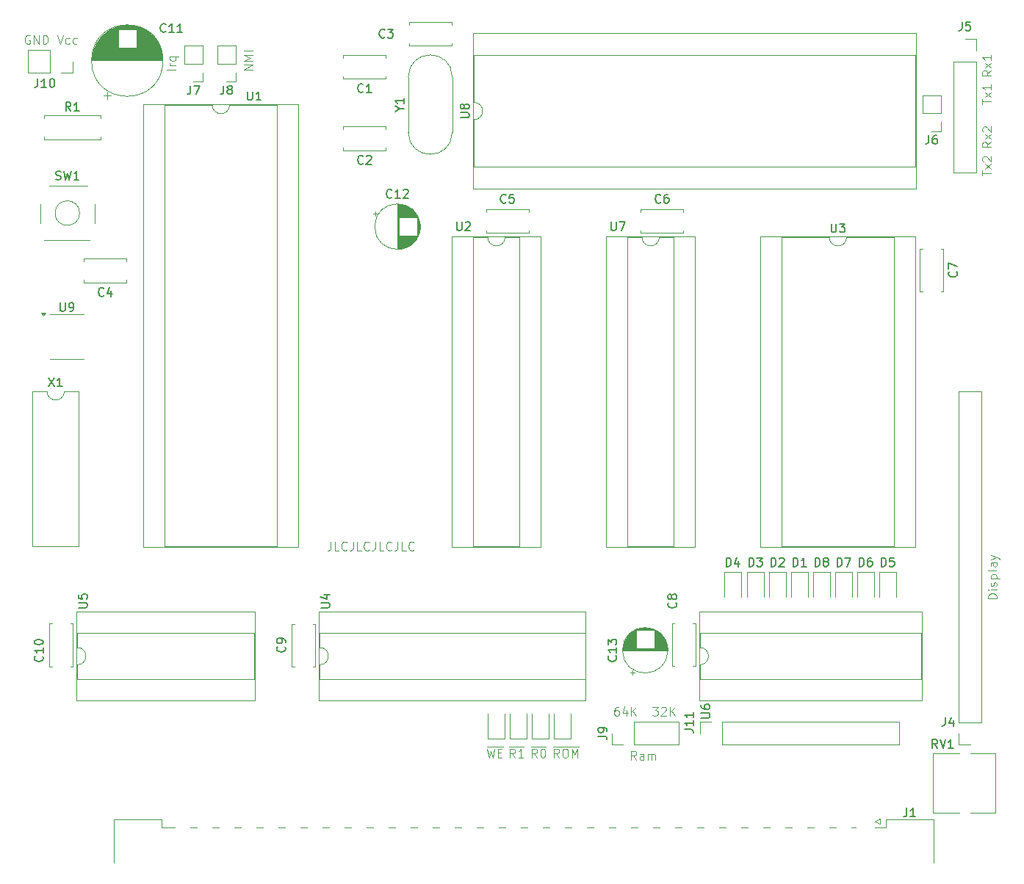
<source format=gbr>
%TF.GenerationSoftware,KiCad,Pcbnew,7.0.11-7.0.11~ubuntu22.04.1*%
%TF.CreationDate,2024-08-26T13:36:22+02:00*%
%TF.ProjectId,pcb01,70636230-312e-46b6-9963-61645f706362,rev?*%
%TF.SameCoordinates,Original*%
%TF.FileFunction,Legend,Top*%
%TF.FilePolarity,Positive*%
%FSLAX46Y46*%
G04 Gerber Fmt 4.6, Leading zero omitted, Abs format (unit mm)*
G04 Created by KiCad (PCBNEW 7.0.11-7.0.11~ubuntu22.04.1) date 2024-08-26 13:36:22*
%MOMM*%
%LPD*%
G01*
G04 APERTURE LIST*
%ADD10C,0.100000*%
%ADD11C,0.150000*%
%ADD12C,0.120000*%
G04 APERTURE END LIST*
D10*
X83425312Y-105663419D02*
X83091979Y-105187228D01*
X82853884Y-105663419D02*
X82853884Y-104663419D01*
X82853884Y-104663419D02*
X83234836Y-104663419D01*
X83234836Y-104663419D02*
X83330074Y-104711038D01*
X83330074Y-104711038D02*
X83377693Y-104758657D01*
X83377693Y-104758657D02*
X83425312Y-104853895D01*
X83425312Y-104853895D02*
X83425312Y-104996752D01*
X83425312Y-104996752D02*
X83377693Y-105091990D01*
X83377693Y-105091990D02*
X83330074Y-105139609D01*
X83330074Y-105139609D02*
X83234836Y-105187228D01*
X83234836Y-105187228D02*
X82853884Y-105187228D01*
X84377693Y-105663419D02*
X83806265Y-105663419D01*
X84091979Y-105663419D02*
X84091979Y-104663419D01*
X84091979Y-104663419D02*
X83996741Y-104806276D01*
X83996741Y-104806276D02*
X83901503Y-104901514D01*
X83901503Y-104901514D02*
X83806265Y-104949133D01*
X82715789Y-104385800D02*
X84468170Y-104385800D01*
X80218646Y-104663419D02*
X80456741Y-105663419D01*
X80456741Y-105663419D02*
X80647217Y-104949133D01*
X80647217Y-104949133D02*
X80837693Y-105663419D01*
X80837693Y-105663419D02*
X81075789Y-104663419D01*
X81456741Y-105139609D02*
X81790074Y-105139609D01*
X81932931Y-105663419D02*
X81456741Y-105663419D01*
X81456741Y-105663419D02*
X81456741Y-104663419D01*
X81456741Y-104663419D02*
X81932931Y-104663419D01*
X80175789Y-104385800D02*
X82023408Y-104385800D01*
X88505312Y-105663419D02*
X88171979Y-105187228D01*
X87933884Y-105663419D02*
X87933884Y-104663419D01*
X87933884Y-104663419D02*
X88314836Y-104663419D01*
X88314836Y-104663419D02*
X88410074Y-104711038D01*
X88410074Y-104711038D02*
X88457693Y-104758657D01*
X88457693Y-104758657D02*
X88505312Y-104853895D01*
X88505312Y-104853895D02*
X88505312Y-104996752D01*
X88505312Y-104996752D02*
X88457693Y-105091990D01*
X88457693Y-105091990D02*
X88410074Y-105139609D01*
X88410074Y-105139609D02*
X88314836Y-105187228D01*
X88314836Y-105187228D02*
X87933884Y-105187228D01*
X89124360Y-104663419D02*
X89314836Y-104663419D01*
X89314836Y-104663419D02*
X89410074Y-104711038D01*
X89410074Y-104711038D02*
X89505312Y-104806276D01*
X89505312Y-104806276D02*
X89552931Y-104996752D01*
X89552931Y-104996752D02*
X89552931Y-105330085D01*
X89552931Y-105330085D02*
X89505312Y-105520561D01*
X89505312Y-105520561D02*
X89410074Y-105615800D01*
X89410074Y-105615800D02*
X89314836Y-105663419D01*
X89314836Y-105663419D02*
X89124360Y-105663419D01*
X89124360Y-105663419D02*
X89029122Y-105615800D01*
X89029122Y-105615800D02*
X88933884Y-105520561D01*
X88933884Y-105520561D02*
X88886265Y-105330085D01*
X88886265Y-105330085D02*
X88886265Y-104996752D01*
X88886265Y-104996752D02*
X88933884Y-104806276D01*
X88933884Y-104806276D02*
X89029122Y-104711038D01*
X89029122Y-104711038D02*
X89124360Y-104663419D01*
X89981503Y-105663419D02*
X89981503Y-104663419D01*
X89981503Y-104663419D02*
X90314836Y-105377704D01*
X90314836Y-105377704D02*
X90648169Y-104663419D01*
X90648169Y-104663419D02*
X90648169Y-105663419D01*
X87795789Y-104385800D02*
X90786265Y-104385800D01*
X44322419Y-26366115D02*
X43322419Y-26366115D01*
X44322419Y-25889925D02*
X43655752Y-25889925D01*
X43846228Y-25889925D02*
X43750990Y-25842306D01*
X43750990Y-25842306D02*
X43703371Y-25794687D01*
X43703371Y-25794687D02*
X43655752Y-25699449D01*
X43655752Y-25699449D02*
X43655752Y-25604211D01*
X43655752Y-24842306D02*
X44655752Y-24842306D01*
X44274800Y-24842306D02*
X44322419Y-24937544D01*
X44322419Y-24937544D02*
X44322419Y-25128020D01*
X44322419Y-25128020D02*
X44274800Y-25223258D01*
X44274800Y-25223258D02*
X44227180Y-25270877D01*
X44227180Y-25270877D02*
X44131942Y-25318496D01*
X44131942Y-25318496D02*
X43846228Y-25318496D01*
X43846228Y-25318496D02*
X43750990Y-25270877D01*
X43750990Y-25270877D02*
X43703371Y-25223258D01*
X43703371Y-25223258D02*
X43655752Y-25128020D01*
X43655752Y-25128020D02*
X43655752Y-24937544D01*
X43655752Y-24937544D02*
X43703371Y-24842306D01*
X99268646Y-99837419D02*
X99887693Y-99837419D01*
X99887693Y-99837419D02*
X99554360Y-100218371D01*
X99554360Y-100218371D02*
X99697217Y-100218371D01*
X99697217Y-100218371D02*
X99792455Y-100265990D01*
X99792455Y-100265990D02*
X99840074Y-100313609D01*
X99840074Y-100313609D02*
X99887693Y-100408847D01*
X99887693Y-100408847D02*
X99887693Y-100646942D01*
X99887693Y-100646942D02*
X99840074Y-100742180D01*
X99840074Y-100742180D02*
X99792455Y-100789800D01*
X99792455Y-100789800D02*
X99697217Y-100837419D01*
X99697217Y-100837419D02*
X99411503Y-100837419D01*
X99411503Y-100837419D02*
X99316265Y-100789800D01*
X99316265Y-100789800D02*
X99268646Y-100742180D01*
X100268646Y-99932657D02*
X100316265Y-99885038D01*
X100316265Y-99885038D02*
X100411503Y-99837419D01*
X100411503Y-99837419D02*
X100649598Y-99837419D01*
X100649598Y-99837419D02*
X100744836Y-99885038D01*
X100744836Y-99885038D02*
X100792455Y-99932657D01*
X100792455Y-99932657D02*
X100840074Y-100027895D01*
X100840074Y-100027895D02*
X100840074Y-100123133D01*
X100840074Y-100123133D02*
X100792455Y-100265990D01*
X100792455Y-100265990D02*
X100221027Y-100837419D01*
X100221027Y-100837419D02*
X100840074Y-100837419D01*
X101268646Y-100837419D02*
X101268646Y-99837419D01*
X101840074Y-100837419D02*
X101411503Y-100265990D01*
X101840074Y-99837419D02*
X101268646Y-100408847D01*
X137302419Y-30318972D02*
X137302419Y-29747544D01*
X138302419Y-30033258D02*
X137302419Y-30033258D01*
X138302419Y-29509448D02*
X137635752Y-28985639D01*
X137635752Y-29509448D02*
X138302419Y-28985639D01*
X138302419Y-28080877D02*
X138302419Y-28652305D01*
X138302419Y-28366591D02*
X137302419Y-28366591D01*
X137302419Y-28366591D02*
X137445276Y-28461829D01*
X137445276Y-28461829D02*
X137540514Y-28557067D01*
X137540514Y-28557067D02*
X137588133Y-28652305D01*
X138937419Y-87326115D02*
X137937419Y-87326115D01*
X137937419Y-87326115D02*
X137937419Y-87088020D01*
X137937419Y-87088020D02*
X137985038Y-86945163D01*
X137985038Y-86945163D02*
X138080276Y-86849925D01*
X138080276Y-86849925D02*
X138175514Y-86802306D01*
X138175514Y-86802306D02*
X138365990Y-86754687D01*
X138365990Y-86754687D02*
X138508847Y-86754687D01*
X138508847Y-86754687D02*
X138699323Y-86802306D01*
X138699323Y-86802306D02*
X138794561Y-86849925D01*
X138794561Y-86849925D02*
X138889800Y-86945163D01*
X138889800Y-86945163D02*
X138937419Y-87088020D01*
X138937419Y-87088020D02*
X138937419Y-87326115D01*
X138937419Y-86326115D02*
X138270752Y-86326115D01*
X137937419Y-86326115D02*
X137985038Y-86373734D01*
X137985038Y-86373734D02*
X138032657Y-86326115D01*
X138032657Y-86326115D02*
X137985038Y-86278496D01*
X137985038Y-86278496D02*
X137937419Y-86326115D01*
X137937419Y-86326115D02*
X138032657Y-86326115D01*
X138889800Y-85897544D02*
X138937419Y-85802306D01*
X138937419Y-85802306D02*
X138937419Y-85611830D01*
X138937419Y-85611830D02*
X138889800Y-85516592D01*
X138889800Y-85516592D02*
X138794561Y-85468973D01*
X138794561Y-85468973D02*
X138746942Y-85468973D01*
X138746942Y-85468973D02*
X138651704Y-85516592D01*
X138651704Y-85516592D02*
X138604085Y-85611830D01*
X138604085Y-85611830D02*
X138604085Y-85754687D01*
X138604085Y-85754687D02*
X138556466Y-85849925D01*
X138556466Y-85849925D02*
X138461228Y-85897544D01*
X138461228Y-85897544D02*
X138413609Y-85897544D01*
X138413609Y-85897544D02*
X138318371Y-85849925D01*
X138318371Y-85849925D02*
X138270752Y-85754687D01*
X138270752Y-85754687D02*
X138270752Y-85611830D01*
X138270752Y-85611830D02*
X138318371Y-85516592D01*
X138270752Y-85040401D02*
X139270752Y-85040401D01*
X138318371Y-85040401D02*
X138270752Y-84945163D01*
X138270752Y-84945163D02*
X138270752Y-84754687D01*
X138270752Y-84754687D02*
X138318371Y-84659449D01*
X138318371Y-84659449D02*
X138365990Y-84611830D01*
X138365990Y-84611830D02*
X138461228Y-84564211D01*
X138461228Y-84564211D02*
X138746942Y-84564211D01*
X138746942Y-84564211D02*
X138842180Y-84611830D01*
X138842180Y-84611830D02*
X138889800Y-84659449D01*
X138889800Y-84659449D02*
X138937419Y-84754687D01*
X138937419Y-84754687D02*
X138937419Y-84945163D01*
X138937419Y-84945163D02*
X138889800Y-85040401D01*
X138937419Y-83992782D02*
X138889800Y-84088020D01*
X138889800Y-84088020D02*
X138794561Y-84135639D01*
X138794561Y-84135639D02*
X137937419Y-84135639D01*
X138937419Y-83183258D02*
X138413609Y-83183258D01*
X138413609Y-83183258D02*
X138318371Y-83230877D01*
X138318371Y-83230877D02*
X138270752Y-83326115D01*
X138270752Y-83326115D02*
X138270752Y-83516591D01*
X138270752Y-83516591D02*
X138318371Y-83611829D01*
X138889800Y-83183258D02*
X138937419Y-83278496D01*
X138937419Y-83278496D02*
X138937419Y-83516591D01*
X138937419Y-83516591D02*
X138889800Y-83611829D01*
X138889800Y-83611829D02*
X138794561Y-83659448D01*
X138794561Y-83659448D02*
X138699323Y-83659448D01*
X138699323Y-83659448D02*
X138604085Y-83611829D01*
X138604085Y-83611829D02*
X138556466Y-83516591D01*
X138556466Y-83516591D02*
X138556466Y-83278496D01*
X138556466Y-83278496D02*
X138508847Y-83183258D01*
X138270752Y-82802305D02*
X138937419Y-82564210D01*
X138270752Y-82326115D02*
X138937419Y-82564210D01*
X138937419Y-82564210D02*
X139175514Y-82659448D01*
X139175514Y-82659448D02*
X139223133Y-82707067D01*
X139223133Y-82707067D02*
X139270752Y-82802305D01*
X138302419Y-26429687D02*
X137826228Y-26763020D01*
X138302419Y-27001115D02*
X137302419Y-27001115D01*
X137302419Y-27001115D02*
X137302419Y-26620163D01*
X137302419Y-26620163D02*
X137350038Y-26524925D01*
X137350038Y-26524925D02*
X137397657Y-26477306D01*
X137397657Y-26477306D02*
X137492895Y-26429687D01*
X137492895Y-26429687D02*
X137635752Y-26429687D01*
X137635752Y-26429687D02*
X137730990Y-26477306D01*
X137730990Y-26477306D02*
X137778609Y-26524925D01*
X137778609Y-26524925D02*
X137826228Y-26620163D01*
X137826228Y-26620163D02*
X137826228Y-27001115D01*
X138302419Y-26096353D02*
X137635752Y-25572544D01*
X137635752Y-26096353D02*
X138302419Y-25572544D01*
X138302419Y-24667782D02*
X138302419Y-25239210D01*
X138302419Y-24953496D02*
X137302419Y-24953496D01*
X137302419Y-24953496D02*
X137445276Y-25048734D01*
X137445276Y-25048734D02*
X137540514Y-25143972D01*
X137540514Y-25143972D02*
X137588133Y-25239210D01*
X27497693Y-22415038D02*
X27402455Y-22367419D01*
X27402455Y-22367419D02*
X27259598Y-22367419D01*
X27259598Y-22367419D02*
X27116741Y-22415038D01*
X27116741Y-22415038D02*
X27021503Y-22510276D01*
X27021503Y-22510276D02*
X26973884Y-22605514D01*
X26973884Y-22605514D02*
X26926265Y-22795990D01*
X26926265Y-22795990D02*
X26926265Y-22938847D01*
X26926265Y-22938847D02*
X26973884Y-23129323D01*
X26973884Y-23129323D02*
X27021503Y-23224561D01*
X27021503Y-23224561D02*
X27116741Y-23319800D01*
X27116741Y-23319800D02*
X27259598Y-23367419D01*
X27259598Y-23367419D02*
X27354836Y-23367419D01*
X27354836Y-23367419D02*
X27497693Y-23319800D01*
X27497693Y-23319800D02*
X27545312Y-23272180D01*
X27545312Y-23272180D02*
X27545312Y-22938847D01*
X27545312Y-22938847D02*
X27354836Y-22938847D01*
X27973884Y-23367419D02*
X27973884Y-22367419D01*
X27973884Y-22367419D02*
X28545312Y-23367419D01*
X28545312Y-23367419D02*
X28545312Y-22367419D01*
X29021503Y-23367419D02*
X29021503Y-22367419D01*
X29021503Y-22367419D02*
X29259598Y-22367419D01*
X29259598Y-22367419D02*
X29402455Y-22415038D01*
X29402455Y-22415038D02*
X29497693Y-22510276D01*
X29497693Y-22510276D02*
X29545312Y-22605514D01*
X29545312Y-22605514D02*
X29592931Y-22795990D01*
X29592931Y-22795990D02*
X29592931Y-22938847D01*
X29592931Y-22938847D02*
X29545312Y-23129323D01*
X29545312Y-23129323D02*
X29497693Y-23224561D01*
X29497693Y-23224561D02*
X29402455Y-23319800D01*
X29402455Y-23319800D02*
X29259598Y-23367419D01*
X29259598Y-23367419D02*
X29021503Y-23367419D01*
X62184598Y-80787419D02*
X62184598Y-81501704D01*
X62184598Y-81501704D02*
X62136979Y-81644561D01*
X62136979Y-81644561D02*
X62041741Y-81739800D01*
X62041741Y-81739800D02*
X61898884Y-81787419D01*
X61898884Y-81787419D02*
X61803646Y-81787419D01*
X63136979Y-81787419D02*
X62660789Y-81787419D01*
X62660789Y-81787419D02*
X62660789Y-80787419D01*
X64041741Y-81692180D02*
X63994122Y-81739800D01*
X63994122Y-81739800D02*
X63851265Y-81787419D01*
X63851265Y-81787419D02*
X63756027Y-81787419D01*
X63756027Y-81787419D02*
X63613170Y-81739800D01*
X63613170Y-81739800D02*
X63517932Y-81644561D01*
X63517932Y-81644561D02*
X63470313Y-81549323D01*
X63470313Y-81549323D02*
X63422694Y-81358847D01*
X63422694Y-81358847D02*
X63422694Y-81215990D01*
X63422694Y-81215990D02*
X63470313Y-81025514D01*
X63470313Y-81025514D02*
X63517932Y-80930276D01*
X63517932Y-80930276D02*
X63613170Y-80835038D01*
X63613170Y-80835038D02*
X63756027Y-80787419D01*
X63756027Y-80787419D02*
X63851265Y-80787419D01*
X63851265Y-80787419D02*
X63994122Y-80835038D01*
X63994122Y-80835038D02*
X64041741Y-80882657D01*
X64756027Y-80787419D02*
X64756027Y-81501704D01*
X64756027Y-81501704D02*
X64708408Y-81644561D01*
X64708408Y-81644561D02*
X64613170Y-81739800D01*
X64613170Y-81739800D02*
X64470313Y-81787419D01*
X64470313Y-81787419D02*
X64375075Y-81787419D01*
X65708408Y-81787419D02*
X65232218Y-81787419D01*
X65232218Y-81787419D02*
X65232218Y-80787419D01*
X66613170Y-81692180D02*
X66565551Y-81739800D01*
X66565551Y-81739800D02*
X66422694Y-81787419D01*
X66422694Y-81787419D02*
X66327456Y-81787419D01*
X66327456Y-81787419D02*
X66184599Y-81739800D01*
X66184599Y-81739800D02*
X66089361Y-81644561D01*
X66089361Y-81644561D02*
X66041742Y-81549323D01*
X66041742Y-81549323D02*
X65994123Y-81358847D01*
X65994123Y-81358847D02*
X65994123Y-81215990D01*
X65994123Y-81215990D02*
X66041742Y-81025514D01*
X66041742Y-81025514D02*
X66089361Y-80930276D01*
X66089361Y-80930276D02*
X66184599Y-80835038D01*
X66184599Y-80835038D02*
X66327456Y-80787419D01*
X66327456Y-80787419D02*
X66422694Y-80787419D01*
X66422694Y-80787419D02*
X66565551Y-80835038D01*
X66565551Y-80835038D02*
X66613170Y-80882657D01*
X67327456Y-80787419D02*
X67327456Y-81501704D01*
X67327456Y-81501704D02*
X67279837Y-81644561D01*
X67279837Y-81644561D02*
X67184599Y-81739800D01*
X67184599Y-81739800D02*
X67041742Y-81787419D01*
X67041742Y-81787419D02*
X66946504Y-81787419D01*
X68279837Y-81787419D02*
X67803647Y-81787419D01*
X67803647Y-81787419D02*
X67803647Y-80787419D01*
X69184599Y-81692180D02*
X69136980Y-81739800D01*
X69136980Y-81739800D02*
X68994123Y-81787419D01*
X68994123Y-81787419D02*
X68898885Y-81787419D01*
X68898885Y-81787419D02*
X68756028Y-81739800D01*
X68756028Y-81739800D02*
X68660790Y-81644561D01*
X68660790Y-81644561D02*
X68613171Y-81549323D01*
X68613171Y-81549323D02*
X68565552Y-81358847D01*
X68565552Y-81358847D02*
X68565552Y-81215990D01*
X68565552Y-81215990D02*
X68613171Y-81025514D01*
X68613171Y-81025514D02*
X68660790Y-80930276D01*
X68660790Y-80930276D02*
X68756028Y-80835038D01*
X68756028Y-80835038D02*
X68898885Y-80787419D01*
X68898885Y-80787419D02*
X68994123Y-80787419D01*
X68994123Y-80787419D02*
X69136980Y-80835038D01*
X69136980Y-80835038D02*
X69184599Y-80882657D01*
X69898885Y-80787419D02*
X69898885Y-81501704D01*
X69898885Y-81501704D02*
X69851266Y-81644561D01*
X69851266Y-81644561D02*
X69756028Y-81739800D01*
X69756028Y-81739800D02*
X69613171Y-81787419D01*
X69613171Y-81787419D02*
X69517933Y-81787419D01*
X70851266Y-81787419D02*
X70375076Y-81787419D01*
X70375076Y-81787419D02*
X70375076Y-80787419D01*
X71756028Y-81692180D02*
X71708409Y-81739800D01*
X71708409Y-81739800D02*
X71565552Y-81787419D01*
X71565552Y-81787419D02*
X71470314Y-81787419D01*
X71470314Y-81787419D02*
X71327457Y-81739800D01*
X71327457Y-81739800D02*
X71232219Y-81644561D01*
X71232219Y-81644561D02*
X71184600Y-81549323D01*
X71184600Y-81549323D02*
X71136981Y-81358847D01*
X71136981Y-81358847D02*
X71136981Y-81215990D01*
X71136981Y-81215990D02*
X71184600Y-81025514D01*
X71184600Y-81025514D02*
X71232219Y-80930276D01*
X71232219Y-80930276D02*
X71327457Y-80835038D01*
X71327457Y-80835038D02*
X71470314Y-80787419D01*
X71470314Y-80787419D02*
X71565552Y-80787419D01*
X71565552Y-80787419D02*
X71708409Y-80835038D01*
X71708409Y-80835038D02*
X71756028Y-80882657D01*
X30641027Y-22367419D02*
X30974360Y-23367419D01*
X30974360Y-23367419D02*
X31307693Y-22367419D01*
X32069598Y-23319800D02*
X31974360Y-23367419D01*
X31974360Y-23367419D02*
X31783884Y-23367419D01*
X31783884Y-23367419D02*
X31688646Y-23319800D01*
X31688646Y-23319800D02*
X31641027Y-23272180D01*
X31641027Y-23272180D02*
X31593408Y-23176942D01*
X31593408Y-23176942D02*
X31593408Y-22891228D01*
X31593408Y-22891228D02*
X31641027Y-22795990D01*
X31641027Y-22795990D02*
X31688646Y-22748371D01*
X31688646Y-22748371D02*
X31783884Y-22700752D01*
X31783884Y-22700752D02*
X31974360Y-22700752D01*
X31974360Y-22700752D02*
X32069598Y-22748371D01*
X32926741Y-23319800D02*
X32831503Y-23367419D01*
X32831503Y-23367419D02*
X32641027Y-23367419D01*
X32641027Y-23367419D02*
X32545789Y-23319800D01*
X32545789Y-23319800D02*
X32498170Y-23272180D01*
X32498170Y-23272180D02*
X32450551Y-23176942D01*
X32450551Y-23176942D02*
X32450551Y-22891228D01*
X32450551Y-22891228D02*
X32498170Y-22795990D01*
X32498170Y-22795990D02*
X32545789Y-22748371D01*
X32545789Y-22748371D02*
X32641027Y-22700752D01*
X32641027Y-22700752D02*
X32831503Y-22700752D01*
X32831503Y-22700752D02*
X32926741Y-22748371D01*
X97395312Y-105917419D02*
X97061979Y-105441228D01*
X96823884Y-105917419D02*
X96823884Y-104917419D01*
X96823884Y-104917419D02*
X97204836Y-104917419D01*
X97204836Y-104917419D02*
X97300074Y-104965038D01*
X97300074Y-104965038D02*
X97347693Y-105012657D01*
X97347693Y-105012657D02*
X97395312Y-105107895D01*
X97395312Y-105107895D02*
X97395312Y-105250752D01*
X97395312Y-105250752D02*
X97347693Y-105345990D01*
X97347693Y-105345990D02*
X97300074Y-105393609D01*
X97300074Y-105393609D02*
X97204836Y-105441228D01*
X97204836Y-105441228D02*
X96823884Y-105441228D01*
X98252455Y-105917419D02*
X98252455Y-105393609D01*
X98252455Y-105393609D02*
X98204836Y-105298371D01*
X98204836Y-105298371D02*
X98109598Y-105250752D01*
X98109598Y-105250752D02*
X97919122Y-105250752D01*
X97919122Y-105250752D02*
X97823884Y-105298371D01*
X98252455Y-105869800D02*
X98157217Y-105917419D01*
X98157217Y-105917419D02*
X97919122Y-105917419D01*
X97919122Y-105917419D02*
X97823884Y-105869800D01*
X97823884Y-105869800D02*
X97776265Y-105774561D01*
X97776265Y-105774561D02*
X97776265Y-105679323D01*
X97776265Y-105679323D02*
X97823884Y-105584085D01*
X97823884Y-105584085D02*
X97919122Y-105536466D01*
X97919122Y-105536466D02*
X98157217Y-105536466D01*
X98157217Y-105536466D02*
X98252455Y-105488847D01*
X98728646Y-105917419D02*
X98728646Y-105250752D01*
X98728646Y-105345990D02*
X98776265Y-105298371D01*
X98776265Y-105298371D02*
X98871503Y-105250752D01*
X98871503Y-105250752D02*
X99014360Y-105250752D01*
X99014360Y-105250752D02*
X99109598Y-105298371D01*
X99109598Y-105298371D02*
X99157217Y-105393609D01*
X99157217Y-105393609D02*
X99157217Y-105917419D01*
X99157217Y-105393609D02*
X99204836Y-105298371D01*
X99204836Y-105298371D02*
X99300074Y-105250752D01*
X99300074Y-105250752D02*
X99442931Y-105250752D01*
X99442931Y-105250752D02*
X99538170Y-105298371D01*
X99538170Y-105298371D02*
X99585789Y-105393609D01*
X99585789Y-105393609D02*
X99585789Y-105917419D01*
X95347455Y-99837419D02*
X95156979Y-99837419D01*
X95156979Y-99837419D02*
X95061741Y-99885038D01*
X95061741Y-99885038D02*
X95014122Y-99932657D01*
X95014122Y-99932657D02*
X94918884Y-100075514D01*
X94918884Y-100075514D02*
X94871265Y-100265990D01*
X94871265Y-100265990D02*
X94871265Y-100646942D01*
X94871265Y-100646942D02*
X94918884Y-100742180D01*
X94918884Y-100742180D02*
X94966503Y-100789800D01*
X94966503Y-100789800D02*
X95061741Y-100837419D01*
X95061741Y-100837419D02*
X95252217Y-100837419D01*
X95252217Y-100837419D02*
X95347455Y-100789800D01*
X95347455Y-100789800D02*
X95395074Y-100742180D01*
X95395074Y-100742180D02*
X95442693Y-100646942D01*
X95442693Y-100646942D02*
X95442693Y-100408847D01*
X95442693Y-100408847D02*
X95395074Y-100313609D01*
X95395074Y-100313609D02*
X95347455Y-100265990D01*
X95347455Y-100265990D02*
X95252217Y-100218371D01*
X95252217Y-100218371D02*
X95061741Y-100218371D01*
X95061741Y-100218371D02*
X94966503Y-100265990D01*
X94966503Y-100265990D02*
X94918884Y-100313609D01*
X94918884Y-100313609D02*
X94871265Y-100408847D01*
X96299836Y-100170752D02*
X96299836Y-100837419D01*
X96061741Y-99789800D02*
X95823646Y-100504085D01*
X95823646Y-100504085D02*
X96442693Y-100504085D01*
X96823646Y-100837419D02*
X96823646Y-99837419D01*
X97395074Y-100837419D02*
X96966503Y-100265990D01*
X97395074Y-99837419D02*
X96823646Y-100408847D01*
X137302419Y-38573972D02*
X137302419Y-38002544D01*
X138302419Y-38288258D02*
X137302419Y-38288258D01*
X138302419Y-37764448D02*
X137635752Y-37240639D01*
X137635752Y-37764448D02*
X138302419Y-37240639D01*
X137397657Y-36907305D02*
X137350038Y-36859686D01*
X137350038Y-36859686D02*
X137302419Y-36764448D01*
X137302419Y-36764448D02*
X137302419Y-36526353D01*
X137302419Y-36526353D02*
X137350038Y-36431115D01*
X137350038Y-36431115D02*
X137397657Y-36383496D01*
X137397657Y-36383496D02*
X137492895Y-36335877D01*
X137492895Y-36335877D02*
X137588133Y-36335877D01*
X137588133Y-36335877D02*
X137730990Y-36383496D01*
X137730990Y-36383496D02*
X138302419Y-36954924D01*
X138302419Y-36954924D02*
X138302419Y-36335877D01*
X85965312Y-105663419D02*
X85631979Y-105187228D01*
X85393884Y-105663419D02*
X85393884Y-104663419D01*
X85393884Y-104663419D02*
X85774836Y-104663419D01*
X85774836Y-104663419D02*
X85870074Y-104711038D01*
X85870074Y-104711038D02*
X85917693Y-104758657D01*
X85917693Y-104758657D02*
X85965312Y-104853895D01*
X85965312Y-104853895D02*
X85965312Y-104996752D01*
X85965312Y-104996752D02*
X85917693Y-105091990D01*
X85917693Y-105091990D02*
X85870074Y-105139609D01*
X85870074Y-105139609D02*
X85774836Y-105187228D01*
X85774836Y-105187228D02*
X85393884Y-105187228D01*
X86584360Y-104663419D02*
X86679598Y-104663419D01*
X86679598Y-104663419D02*
X86774836Y-104711038D01*
X86774836Y-104711038D02*
X86822455Y-104758657D01*
X86822455Y-104758657D02*
X86870074Y-104853895D01*
X86870074Y-104853895D02*
X86917693Y-105044371D01*
X86917693Y-105044371D02*
X86917693Y-105282466D01*
X86917693Y-105282466D02*
X86870074Y-105472942D01*
X86870074Y-105472942D02*
X86822455Y-105568180D01*
X86822455Y-105568180D02*
X86774836Y-105615800D01*
X86774836Y-105615800D02*
X86679598Y-105663419D01*
X86679598Y-105663419D02*
X86584360Y-105663419D01*
X86584360Y-105663419D02*
X86489122Y-105615800D01*
X86489122Y-105615800D02*
X86441503Y-105568180D01*
X86441503Y-105568180D02*
X86393884Y-105472942D01*
X86393884Y-105472942D02*
X86346265Y-105282466D01*
X86346265Y-105282466D02*
X86346265Y-105044371D01*
X86346265Y-105044371D02*
X86393884Y-104853895D01*
X86393884Y-104853895D02*
X86441503Y-104758657D01*
X86441503Y-104758657D02*
X86489122Y-104711038D01*
X86489122Y-104711038D02*
X86584360Y-104663419D01*
X85255789Y-104385800D02*
X87008170Y-104385800D01*
X138302419Y-34684687D02*
X137826228Y-35018020D01*
X138302419Y-35256115D02*
X137302419Y-35256115D01*
X137302419Y-35256115D02*
X137302419Y-34875163D01*
X137302419Y-34875163D02*
X137350038Y-34779925D01*
X137350038Y-34779925D02*
X137397657Y-34732306D01*
X137397657Y-34732306D02*
X137492895Y-34684687D01*
X137492895Y-34684687D02*
X137635752Y-34684687D01*
X137635752Y-34684687D02*
X137730990Y-34732306D01*
X137730990Y-34732306D02*
X137778609Y-34779925D01*
X137778609Y-34779925D02*
X137826228Y-34875163D01*
X137826228Y-34875163D02*
X137826228Y-35256115D01*
X138302419Y-34351353D02*
X137635752Y-33827544D01*
X137635752Y-34351353D02*
X138302419Y-33827544D01*
X137397657Y-33494210D02*
X137350038Y-33446591D01*
X137350038Y-33446591D02*
X137302419Y-33351353D01*
X137302419Y-33351353D02*
X137302419Y-33113258D01*
X137302419Y-33113258D02*
X137350038Y-33018020D01*
X137350038Y-33018020D02*
X137397657Y-32970401D01*
X137397657Y-32970401D02*
X137492895Y-32922782D01*
X137492895Y-32922782D02*
X137588133Y-32922782D01*
X137588133Y-32922782D02*
X137730990Y-32970401D01*
X137730990Y-32970401D02*
X138302419Y-33541829D01*
X138302419Y-33541829D02*
X138302419Y-32922782D01*
X53212419Y-26366115D02*
X52212419Y-26366115D01*
X52212419Y-26366115D02*
X53212419Y-25794687D01*
X53212419Y-25794687D02*
X52212419Y-25794687D01*
X53212419Y-25318496D02*
X52212419Y-25318496D01*
X52212419Y-25318496D02*
X52926704Y-24985163D01*
X52926704Y-24985163D02*
X52212419Y-24651830D01*
X52212419Y-24651830D02*
X53212419Y-24651830D01*
X53212419Y-24175639D02*
X52212419Y-24175639D01*
D11*
X65913333Y-37149580D02*
X65865714Y-37197200D01*
X65865714Y-37197200D02*
X65722857Y-37244819D01*
X65722857Y-37244819D02*
X65627619Y-37244819D01*
X65627619Y-37244819D02*
X65484762Y-37197200D01*
X65484762Y-37197200D02*
X65389524Y-37101961D01*
X65389524Y-37101961D02*
X65341905Y-37006723D01*
X65341905Y-37006723D02*
X65294286Y-36816247D01*
X65294286Y-36816247D02*
X65294286Y-36673390D01*
X65294286Y-36673390D02*
X65341905Y-36482914D01*
X65341905Y-36482914D02*
X65389524Y-36387676D01*
X65389524Y-36387676D02*
X65484762Y-36292438D01*
X65484762Y-36292438D02*
X65627619Y-36244819D01*
X65627619Y-36244819D02*
X65722857Y-36244819D01*
X65722857Y-36244819D02*
X65865714Y-36292438D01*
X65865714Y-36292438D02*
X65913333Y-36340057D01*
X66294286Y-36340057D02*
X66341905Y-36292438D01*
X66341905Y-36292438D02*
X66437143Y-36244819D01*
X66437143Y-36244819D02*
X66675238Y-36244819D01*
X66675238Y-36244819D02*
X66770476Y-36292438D01*
X66770476Y-36292438D02*
X66818095Y-36340057D01*
X66818095Y-36340057D02*
X66865714Y-36435295D01*
X66865714Y-36435295D02*
X66865714Y-36530533D01*
X66865714Y-36530533D02*
X66818095Y-36673390D01*
X66818095Y-36673390D02*
X66246667Y-37244819D01*
X66246667Y-37244819D02*
X66865714Y-37244819D01*
X82383333Y-41634580D02*
X82335714Y-41682200D01*
X82335714Y-41682200D02*
X82192857Y-41729819D01*
X82192857Y-41729819D02*
X82097619Y-41729819D01*
X82097619Y-41729819D02*
X81954762Y-41682200D01*
X81954762Y-41682200D02*
X81859524Y-41586961D01*
X81859524Y-41586961D02*
X81811905Y-41491723D01*
X81811905Y-41491723D02*
X81764286Y-41301247D01*
X81764286Y-41301247D02*
X81764286Y-41158390D01*
X81764286Y-41158390D02*
X81811905Y-40967914D01*
X81811905Y-40967914D02*
X81859524Y-40872676D01*
X81859524Y-40872676D02*
X81954762Y-40777438D01*
X81954762Y-40777438D02*
X82097619Y-40729819D01*
X82097619Y-40729819D02*
X82192857Y-40729819D01*
X82192857Y-40729819D02*
X82335714Y-40777438D01*
X82335714Y-40777438D02*
X82383333Y-40825057D01*
X83288095Y-40729819D02*
X82811905Y-40729819D01*
X82811905Y-40729819D02*
X82764286Y-41206009D01*
X82764286Y-41206009D02*
X82811905Y-41158390D01*
X82811905Y-41158390D02*
X82907143Y-41110771D01*
X82907143Y-41110771D02*
X83145238Y-41110771D01*
X83145238Y-41110771D02*
X83240476Y-41158390D01*
X83240476Y-41158390D02*
X83288095Y-41206009D01*
X83288095Y-41206009D02*
X83335714Y-41301247D01*
X83335714Y-41301247D02*
X83335714Y-41539342D01*
X83335714Y-41539342D02*
X83288095Y-41634580D01*
X83288095Y-41634580D02*
X83240476Y-41682200D01*
X83240476Y-41682200D02*
X83145238Y-41729819D01*
X83145238Y-41729819D02*
X82907143Y-41729819D01*
X82907143Y-41729819D02*
X82811905Y-41682200D01*
X82811905Y-41682200D02*
X82764286Y-41634580D01*
X36028333Y-52389580D02*
X35980714Y-52437200D01*
X35980714Y-52437200D02*
X35837857Y-52484819D01*
X35837857Y-52484819D02*
X35742619Y-52484819D01*
X35742619Y-52484819D02*
X35599762Y-52437200D01*
X35599762Y-52437200D02*
X35504524Y-52341961D01*
X35504524Y-52341961D02*
X35456905Y-52246723D01*
X35456905Y-52246723D02*
X35409286Y-52056247D01*
X35409286Y-52056247D02*
X35409286Y-51913390D01*
X35409286Y-51913390D02*
X35456905Y-51722914D01*
X35456905Y-51722914D02*
X35504524Y-51627676D01*
X35504524Y-51627676D02*
X35599762Y-51532438D01*
X35599762Y-51532438D02*
X35742619Y-51484819D01*
X35742619Y-51484819D02*
X35837857Y-51484819D01*
X35837857Y-51484819D02*
X35980714Y-51532438D01*
X35980714Y-51532438D02*
X36028333Y-51580057D01*
X36885476Y-51818152D02*
X36885476Y-52484819D01*
X36647381Y-51437200D02*
X36409286Y-52151485D01*
X36409286Y-52151485D02*
X37028333Y-52151485D01*
X46021666Y-28184819D02*
X46021666Y-28899104D01*
X46021666Y-28899104D02*
X45974047Y-29041961D01*
X45974047Y-29041961D02*
X45878809Y-29137200D01*
X45878809Y-29137200D02*
X45735952Y-29184819D01*
X45735952Y-29184819D02*
X45640714Y-29184819D01*
X46402619Y-28184819D02*
X47069285Y-28184819D01*
X47069285Y-28184819D02*
X46640714Y-29184819D01*
X76708095Y-43904819D02*
X76708095Y-44714342D01*
X76708095Y-44714342D02*
X76755714Y-44809580D01*
X76755714Y-44809580D02*
X76803333Y-44857200D01*
X76803333Y-44857200D02*
X76898571Y-44904819D01*
X76898571Y-44904819D02*
X77089047Y-44904819D01*
X77089047Y-44904819D02*
X77184285Y-44857200D01*
X77184285Y-44857200D02*
X77231904Y-44809580D01*
X77231904Y-44809580D02*
X77279523Y-44714342D01*
X77279523Y-44714342D02*
X77279523Y-43904819D01*
X77708095Y-44000057D02*
X77755714Y-43952438D01*
X77755714Y-43952438D02*
X77850952Y-43904819D01*
X77850952Y-43904819D02*
X78089047Y-43904819D01*
X78089047Y-43904819D02*
X78184285Y-43952438D01*
X78184285Y-43952438D02*
X78231904Y-44000057D01*
X78231904Y-44000057D02*
X78279523Y-44095295D01*
X78279523Y-44095295D02*
X78279523Y-44190533D01*
X78279523Y-44190533D02*
X78231904Y-44333390D01*
X78231904Y-44333390D02*
X77660476Y-44904819D01*
X77660476Y-44904819D02*
X78279523Y-44904819D01*
X102959819Y-102409523D02*
X103674104Y-102409523D01*
X103674104Y-102409523D02*
X103816961Y-102457142D01*
X103816961Y-102457142D02*
X103912200Y-102552380D01*
X103912200Y-102552380D02*
X103959819Y-102695237D01*
X103959819Y-102695237D02*
X103959819Y-102790475D01*
X103959819Y-101409523D02*
X103959819Y-101980951D01*
X103959819Y-101695237D02*
X102959819Y-101695237D01*
X102959819Y-101695237D02*
X103102676Y-101790475D01*
X103102676Y-101790475D02*
X103197914Y-101885713D01*
X103197914Y-101885713D02*
X103245533Y-101980951D01*
X103959819Y-100457142D02*
X103959819Y-101028570D01*
X103959819Y-100742856D02*
X102959819Y-100742856D01*
X102959819Y-100742856D02*
X103102676Y-100838094D01*
X103102676Y-100838094D02*
X103197914Y-100933332D01*
X103197914Y-100933332D02*
X103245533Y-101028570D01*
X65913333Y-28894580D02*
X65865714Y-28942200D01*
X65865714Y-28942200D02*
X65722857Y-28989819D01*
X65722857Y-28989819D02*
X65627619Y-28989819D01*
X65627619Y-28989819D02*
X65484762Y-28942200D01*
X65484762Y-28942200D02*
X65389524Y-28846961D01*
X65389524Y-28846961D02*
X65341905Y-28751723D01*
X65341905Y-28751723D02*
X65294286Y-28561247D01*
X65294286Y-28561247D02*
X65294286Y-28418390D01*
X65294286Y-28418390D02*
X65341905Y-28227914D01*
X65341905Y-28227914D02*
X65389524Y-28132676D01*
X65389524Y-28132676D02*
X65484762Y-28037438D01*
X65484762Y-28037438D02*
X65627619Y-27989819D01*
X65627619Y-27989819D02*
X65722857Y-27989819D01*
X65722857Y-27989819D02*
X65865714Y-28037438D01*
X65865714Y-28037438D02*
X65913333Y-28085057D01*
X66865714Y-28989819D02*
X66294286Y-28989819D01*
X66580000Y-28989819D02*
X66580000Y-27989819D01*
X66580000Y-27989819D02*
X66484762Y-28132676D01*
X66484762Y-28132676D02*
X66389524Y-28227914D01*
X66389524Y-28227914D02*
X66294286Y-28275533D01*
X115466905Y-83639819D02*
X115466905Y-82639819D01*
X115466905Y-82639819D02*
X115705000Y-82639819D01*
X115705000Y-82639819D02*
X115847857Y-82687438D01*
X115847857Y-82687438D02*
X115943095Y-82782676D01*
X115943095Y-82782676D02*
X115990714Y-82877914D01*
X115990714Y-82877914D02*
X116038333Y-83068390D01*
X116038333Y-83068390D02*
X116038333Y-83211247D01*
X116038333Y-83211247D02*
X115990714Y-83401723D01*
X115990714Y-83401723D02*
X115943095Y-83496961D01*
X115943095Y-83496961D02*
X115847857Y-83592200D01*
X115847857Y-83592200D02*
X115705000Y-83639819D01*
X115705000Y-83639819D02*
X115466905Y-83639819D01*
X116990714Y-83639819D02*
X116419286Y-83639819D01*
X116705000Y-83639819D02*
X116705000Y-82639819D01*
X116705000Y-82639819D02*
X116609762Y-82782676D01*
X116609762Y-82782676D02*
X116514524Y-82877914D01*
X116514524Y-82877914D02*
X116419286Y-82925533D01*
X134946666Y-20839819D02*
X134946666Y-21554104D01*
X134946666Y-21554104D02*
X134899047Y-21696961D01*
X134899047Y-21696961D02*
X134803809Y-21792200D01*
X134803809Y-21792200D02*
X134660952Y-21839819D01*
X134660952Y-21839819D02*
X134565714Y-21839819D01*
X135899047Y-20839819D02*
X135422857Y-20839819D01*
X135422857Y-20839819D02*
X135375238Y-21316009D01*
X135375238Y-21316009D02*
X135422857Y-21268390D01*
X135422857Y-21268390D02*
X135518095Y-21220771D01*
X135518095Y-21220771D02*
X135756190Y-21220771D01*
X135756190Y-21220771D02*
X135851428Y-21268390D01*
X135851428Y-21268390D02*
X135899047Y-21316009D01*
X135899047Y-21316009D02*
X135946666Y-21411247D01*
X135946666Y-21411247D02*
X135946666Y-21649342D01*
X135946666Y-21649342D02*
X135899047Y-21744580D01*
X135899047Y-21744580D02*
X135851428Y-21792200D01*
X135851428Y-21792200D02*
X135756190Y-21839819D01*
X135756190Y-21839819D02*
X135518095Y-21839819D01*
X135518095Y-21839819D02*
X135422857Y-21792200D01*
X135422857Y-21792200D02*
X135375238Y-21744580D01*
X112926905Y-83639819D02*
X112926905Y-82639819D01*
X112926905Y-82639819D02*
X113165000Y-82639819D01*
X113165000Y-82639819D02*
X113307857Y-82687438D01*
X113307857Y-82687438D02*
X113403095Y-82782676D01*
X113403095Y-82782676D02*
X113450714Y-82877914D01*
X113450714Y-82877914D02*
X113498333Y-83068390D01*
X113498333Y-83068390D02*
X113498333Y-83211247D01*
X113498333Y-83211247D02*
X113450714Y-83401723D01*
X113450714Y-83401723D02*
X113403095Y-83496961D01*
X113403095Y-83496961D02*
X113307857Y-83592200D01*
X113307857Y-83592200D02*
X113165000Y-83639819D01*
X113165000Y-83639819D02*
X112926905Y-83639819D01*
X113879286Y-82735057D02*
X113926905Y-82687438D01*
X113926905Y-82687438D02*
X114022143Y-82639819D01*
X114022143Y-82639819D02*
X114260238Y-82639819D01*
X114260238Y-82639819D02*
X114355476Y-82687438D01*
X114355476Y-82687438D02*
X114403095Y-82735057D01*
X114403095Y-82735057D02*
X114450714Y-82830295D01*
X114450714Y-82830295D02*
X114450714Y-82925533D01*
X114450714Y-82925533D02*
X114403095Y-83068390D01*
X114403095Y-83068390D02*
X113831667Y-83639819D01*
X113831667Y-83639819D02*
X114450714Y-83639819D01*
X49831666Y-28184819D02*
X49831666Y-28899104D01*
X49831666Y-28899104D02*
X49784047Y-29041961D01*
X49784047Y-29041961D02*
X49688809Y-29137200D01*
X49688809Y-29137200D02*
X49545952Y-29184819D01*
X49545952Y-29184819D02*
X49450714Y-29184819D01*
X50450714Y-28613390D02*
X50355476Y-28565771D01*
X50355476Y-28565771D02*
X50307857Y-28518152D01*
X50307857Y-28518152D02*
X50260238Y-28422914D01*
X50260238Y-28422914D02*
X50260238Y-28375295D01*
X50260238Y-28375295D02*
X50307857Y-28280057D01*
X50307857Y-28280057D02*
X50355476Y-28232438D01*
X50355476Y-28232438D02*
X50450714Y-28184819D01*
X50450714Y-28184819D02*
X50641190Y-28184819D01*
X50641190Y-28184819D02*
X50736428Y-28232438D01*
X50736428Y-28232438D02*
X50784047Y-28280057D01*
X50784047Y-28280057D02*
X50831666Y-28375295D01*
X50831666Y-28375295D02*
X50831666Y-28422914D01*
X50831666Y-28422914D02*
X50784047Y-28518152D01*
X50784047Y-28518152D02*
X50736428Y-28565771D01*
X50736428Y-28565771D02*
X50641190Y-28613390D01*
X50641190Y-28613390D02*
X50450714Y-28613390D01*
X50450714Y-28613390D02*
X50355476Y-28661009D01*
X50355476Y-28661009D02*
X50307857Y-28708628D01*
X50307857Y-28708628D02*
X50260238Y-28803866D01*
X50260238Y-28803866D02*
X50260238Y-28994342D01*
X50260238Y-28994342D02*
X50307857Y-29089580D01*
X50307857Y-29089580D02*
X50355476Y-29137200D01*
X50355476Y-29137200D02*
X50450714Y-29184819D01*
X50450714Y-29184819D02*
X50641190Y-29184819D01*
X50641190Y-29184819D02*
X50736428Y-29137200D01*
X50736428Y-29137200D02*
X50784047Y-29089580D01*
X50784047Y-29089580D02*
X50831666Y-28994342D01*
X50831666Y-28994342D02*
X50831666Y-28803866D01*
X50831666Y-28803866D02*
X50784047Y-28708628D01*
X50784047Y-28708628D02*
X50736428Y-28661009D01*
X50736428Y-28661009D02*
X50641190Y-28613390D01*
X29670476Y-61894819D02*
X30337142Y-62894819D01*
X30337142Y-61894819D02*
X29670476Y-62894819D01*
X31241904Y-62894819D02*
X30670476Y-62894819D01*
X30956190Y-62894819D02*
X30956190Y-61894819D01*
X30956190Y-61894819D02*
X30860952Y-62037676D01*
X30860952Y-62037676D02*
X30765714Y-62132914D01*
X30765714Y-62132914D02*
X30670476Y-62180533D01*
X131111666Y-33899819D02*
X131111666Y-34614104D01*
X131111666Y-34614104D02*
X131064047Y-34756961D01*
X131064047Y-34756961D02*
X130968809Y-34852200D01*
X130968809Y-34852200D02*
X130825952Y-34899819D01*
X130825952Y-34899819D02*
X130730714Y-34899819D01*
X132016428Y-33899819D02*
X131825952Y-33899819D01*
X131825952Y-33899819D02*
X131730714Y-33947438D01*
X131730714Y-33947438D02*
X131683095Y-33995057D01*
X131683095Y-33995057D02*
X131587857Y-34137914D01*
X131587857Y-34137914D02*
X131540238Y-34328390D01*
X131540238Y-34328390D02*
X131540238Y-34709342D01*
X131540238Y-34709342D02*
X131587857Y-34804580D01*
X131587857Y-34804580D02*
X131635476Y-34852200D01*
X131635476Y-34852200D02*
X131730714Y-34899819D01*
X131730714Y-34899819D02*
X131921190Y-34899819D01*
X131921190Y-34899819D02*
X132016428Y-34852200D01*
X132016428Y-34852200D02*
X132064047Y-34804580D01*
X132064047Y-34804580D02*
X132111666Y-34709342D01*
X132111666Y-34709342D02*
X132111666Y-34471247D01*
X132111666Y-34471247D02*
X132064047Y-34376009D01*
X132064047Y-34376009D02*
X132016428Y-34328390D01*
X132016428Y-34328390D02*
X131921190Y-34280771D01*
X131921190Y-34280771D02*
X131730714Y-34280771D01*
X131730714Y-34280771D02*
X131635476Y-34328390D01*
X131635476Y-34328390D02*
X131587857Y-34376009D01*
X131587857Y-34376009D02*
X131540238Y-34471247D01*
X120546905Y-83639819D02*
X120546905Y-82639819D01*
X120546905Y-82639819D02*
X120785000Y-82639819D01*
X120785000Y-82639819D02*
X120927857Y-82687438D01*
X120927857Y-82687438D02*
X121023095Y-82782676D01*
X121023095Y-82782676D02*
X121070714Y-82877914D01*
X121070714Y-82877914D02*
X121118333Y-83068390D01*
X121118333Y-83068390D02*
X121118333Y-83211247D01*
X121118333Y-83211247D02*
X121070714Y-83401723D01*
X121070714Y-83401723D02*
X121023095Y-83496961D01*
X121023095Y-83496961D02*
X120927857Y-83592200D01*
X120927857Y-83592200D02*
X120785000Y-83639819D01*
X120785000Y-83639819D02*
X120546905Y-83639819D01*
X121451667Y-82639819D02*
X122118333Y-82639819D01*
X122118333Y-82639819D02*
X121689762Y-83639819D01*
X28400476Y-27394819D02*
X28400476Y-28109104D01*
X28400476Y-28109104D02*
X28352857Y-28251961D01*
X28352857Y-28251961D02*
X28257619Y-28347200D01*
X28257619Y-28347200D02*
X28114762Y-28394819D01*
X28114762Y-28394819D02*
X28019524Y-28394819D01*
X29400476Y-28394819D02*
X28829048Y-28394819D01*
X29114762Y-28394819D02*
X29114762Y-27394819D01*
X29114762Y-27394819D02*
X29019524Y-27537676D01*
X29019524Y-27537676D02*
X28924286Y-27632914D01*
X28924286Y-27632914D02*
X28829048Y-27680533D01*
X30019524Y-27394819D02*
X30114762Y-27394819D01*
X30114762Y-27394819D02*
X30210000Y-27442438D01*
X30210000Y-27442438D02*
X30257619Y-27490057D01*
X30257619Y-27490057D02*
X30305238Y-27585295D01*
X30305238Y-27585295D02*
X30352857Y-27775771D01*
X30352857Y-27775771D02*
X30352857Y-28013866D01*
X30352857Y-28013866D02*
X30305238Y-28204342D01*
X30305238Y-28204342D02*
X30257619Y-28299580D01*
X30257619Y-28299580D02*
X30210000Y-28347200D01*
X30210000Y-28347200D02*
X30114762Y-28394819D01*
X30114762Y-28394819D02*
X30019524Y-28394819D01*
X30019524Y-28394819D02*
X29924286Y-28347200D01*
X29924286Y-28347200D02*
X29876667Y-28299580D01*
X29876667Y-28299580D02*
X29829048Y-28204342D01*
X29829048Y-28204342D02*
X29781429Y-28013866D01*
X29781429Y-28013866D02*
X29781429Y-27775771D01*
X29781429Y-27775771D02*
X29829048Y-27585295D01*
X29829048Y-27585295D02*
X29876667Y-27490057D01*
X29876667Y-27490057D02*
X29924286Y-27442438D01*
X29924286Y-27442438D02*
X30019524Y-27394819D01*
X70113628Y-30856190D02*
X70589819Y-30856190D01*
X69589819Y-31189523D02*
X70113628Y-30856190D01*
X70113628Y-30856190D02*
X69589819Y-30522857D01*
X70589819Y-29665714D02*
X70589819Y-30237142D01*
X70589819Y-29951428D02*
X69589819Y-29951428D01*
X69589819Y-29951428D02*
X69732676Y-30046666D01*
X69732676Y-30046666D02*
X69827914Y-30141904D01*
X69827914Y-30141904D02*
X69875533Y-30237142D01*
X119883095Y-44114819D02*
X119883095Y-44924342D01*
X119883095Y-44924342D02*
X119930714Y-45019580D01*
X119930714Y-45019580D02*
X119978333Y-45067200D01*
X119978333Y-45067200D02*
X120073571Y-45114819D01*
X120073571Y-45114819D02*
X120264047Y-45114819D01*
X120264047Y-45114819D02*
X120359285Y-45067200D01*
X120359285Y-45067200D02*
X120406904Y-45019580D01*
X120406904Y-45019580D02*
X120454523Y-44924342D01*
X120454523Y-44924342D02*
X120454523Y-44114819D01*
X120835476Y-44114819D02*
X121454523Y-44114819D01*
X121454523Y-44114819D02*
X121121190Y-44495771D01*
X121121190Y-44495771D02*
X121264047Y-44495771D01*
X121264047Y-44495771D02*
X121359285Y-44543390D01*
X121359285Y-44543390D02*
X121406904Y-44591009D01*
X121406904Y-44591009D02*
X121454523Y-44686247D01*
X121454523Y-44686247D02*
X121454523Y-44924342D01*
X121454523Y-44924342D02*
X121406904Y-45019580D01*
X121406904Y-45019580D02*
X121359285Y-45067200D01*
X121359285Y-45067200D02*
X121264047Y-45114819D01*
X121264047Y-45114819D02*
X120978333Y-45114819D01*
X120978333Y-45114819D02*
X120883095Y-45067200D01*
X120883095Y-45067200D02*
X120835476Y-45019580D01*
X33109819Y-88391904D02*
X33919342Y-88391904D01*
X33919342Y-88391904D02*
X34014580Y-88344285D01*
X34014580Y-88344285D02*
X34062200Y-88296666D01*
X34062200Y-88296666D02*
X34109819Y-88201428D01*
X34109819Y-88201428D02*
X34109819Y-88010952D01*
X34109819Y-88010952D02*
X34062200Y-87915714D01*
X34062200Y-87915714D02*
X34014580Y-87868095D01*
X34014580Y-87868095D02*
X33919342Y-87820476D01*
X33919342Y-87820476D02*
X33109819Y-87820476D01*
X33109819Y-86868095D02*
X33109819Y-87344285D01*
X33109819Y-87344285D02*
X33586009Y-87391904D01*
X33586009Y-87391904D02*
X33538390Y-87344285D01*
X33538390Y-87344285D02*
X33490771Y-87249047D01*
X33490771Y-87249047D02*
X33490771Y-87010952D01*
X33490771Y-87010952D02*
X33538390Y-86915714D01*
X33538390Y-86915714D02*
X33586009Y-86868095D01*
X33586009Y-86868095D02*
X33681247Y-86820476D01*
X33681247Y-86820476D02*
X33919342Y-86820476D01*
X33919342Y-86820476D02*
X34014580Y-86868095D01*
X34014580Y-86868095D02*
X34062200Y-86915714D01*
X34062200Y-86915714D02*
X34109819Y-87010952D01*
X34109819Y-87010952D02*
X34109819Y-87249047D01*
X34109819Y-87249047D02*
X34062200Y-87344285D01*
X34062200Y-87344285D02*
X34014580Y-87391904D01*
X56874580Y-92876666D02*
X56922200Y-92924285D01*
X56922200Y-92924285D02*
X56969819Y-93067142D01*
X56969819Y-93067142D02*
X56969819Y-93162380D01*
X56969819Y-93162380D02*
X56922200Y-93305237D01*
X56922200Y-93305237D02*
X56826961Y-93400475D01*
X56826961Y-93400475D02*
X56731723Y-93448094D01*
X56731723Y-93448094D02*
X56541247Y-93495713D01*
X56541247Y-93495713D02*
X56398390Y-93495713D01*
X56398390Y-93495713D02*
X56207914Y-93448094D01*
X56207914Y-93448094D02*
X56112676Y-93400475D01*
X56112676Y-93400475D02*
X56017438Y-93305237D01*
X56017438Y-93305237D02*
X55969819Y-93162380D01*
X55969819Y-93162380D02*
X55969819Y-93067142D01*
X55969819Y-93067142D02*
X56017438Y-92924285D01*
X56017438Y-92924285D02*
X56065057Y-92876666D01*
X56969819Y-92400475D02*
X56969819Y-92209999D01*
X56969819Y-92209999D02*
X56922200Y-92114761D01*
X56922200Y-92114761D02*
X56874580Y-92067142D01*
X56874580Y-92067142D02*
X56731723Y-91971904D01*
X56731723Y-91971904D02*
X56541247Y-91924285D01*
X56541247Y-91924285D02*
X56160295Y-91924285D01*
X56160295Y-91924285D02*
X56065057Y-91971904D01*
X56065057Y-91971904D02*
X56017438Y-92019523D01*
X56017438Y-92019523D02*
X55969819Y-92114761D01*
X55969819Y-92114761D02*
X55969819Y-92305237D01*
X55969819Y-92305237D02*
X56017438Y-92400475D01*
X56017438Y-92400475D02*
X56065057Y-92448094D01*
X56065057Y-92448094D02*
X56160295Y-92495713D01*
X56160295Y-92495713D02*
X56398390Y-92495713D01*
X56398390Y-92495713D02*
X56493628Y-92448094D01*
X56493628Y-92448094D02*
X56541247Y-92400475D01*
X56541247Y-92400475D02*
X56588866Y-92305237D01*
X56588866Y-92305237D02*
X56588866Y-92114761D01*
X56588866Y-92114761D02*
X56541247Y-92019523D01*
X56541247Y-92019523D02*
X56493628Y-91971904D01*
X56493628Y-91971904D02*
X56398390Y-91924285D01*
X94488095Y-43904819D02*
X94488095Y-44714342D01*
X94488095Y-44714342D02*
X94535714Y-44809580D01*
X94535714Y-44809580D02*
X94583333Y-44857200D01*
X94583333Y-44857200D02*
X94678571Y-44904819D01*
X94678571Y-44904819D02*
X94869047Y-44904819D01*
X94869047Y-44904819D02*
X94964285Y-44857200D01*
X94964285Y-44857200D02*
X95011904Y-44809580D01*
X95011904Y-44809580D02*
X95059523Y-44714342D01*
X95059523Y-44714342D02*
X95059523Y-43904819D01*
X95440476Y-43904819D02*
X96107142Y-43904819D01*
X96107142Y-43904819D02*
X95678571Y-44904819D01*
X133016666Y-101054819D02*
X133016666Y-101769104D01*
X133016666Y-101769104D02*
X132969047Y-101911961D01*
X132969047Y-101911961D02*
X132873809Y-102007200D01*
X132873809Y-102007200D02*
X132730952Y-102054819D01*
X132730952Y-102054819D02*
X132635714Y-102054819D01*
X133921428Y-101388152D02*
X133921428Y-102054819D01*
X133683333Y-101007200D02*
X133445238Y-101721485D01*
X133445238Y-101721485D02*
X134064285Y-101721485D01*
X134304580Y-49656666D02*
X134352200Y-49704285D01*
X134352200Y-49704285D02*
X134399819Y-49847142D01*
X134399819Y-49847142D02*
X134399819Y-49942380D01*
X134399819Y-49942380D02*
X134352200Y-50085237D01*
X134352200Y-50085237D02*
X134256961Y-50180475D01*
X134256961Y-50180475D02*
X134161723Y-50228094D01*
X134161723Y-50228094D02*
X133971247Y-50275713D01*
X133971247Y-50275713D02*
X133828390Y-50275713D01*
X133828390Y-50275713D02*
X133637914Y-50228094D01*
X133637914Y-50228094D02*
X133542676Y-50180475D01*
X133542676Y-50180475D02*
X133447438Y-50085237D01*
X133447438Y-50085237D02*
X133399819Y-49942380D01*
X133399819Y-49942380D02*
X133399819Y-49847142D01*
X133399819Y-49847142D02*
X133447438Y-49704285D01*
X133447438Y-49704285D02*
X133495057Y-49656666D01*
X133399819Y-49323332D02*
X133399819Y-48656666D01*
X133399819Y-48656666D02*
X134399819Y-49085237D01*
X100203333Y-41634580D02*
X100155714Y-41682200D01*
X100155714Y-41682200D02*
X100012857Y-41729819D01*
X100012857Y-41729819D02*
X99917619Y-41729819D01*
X99917619Y-41729819D02*
X99774762Y-41682200D01*
X99774762Y-41682200D02*
X99679524Y-41586961D01*
X99679524Y-41586961D02*
X99631905Y-41491723D01*
X99631905Y-41491723D02*
X99584286Y-41301247D01*
X99584286Y-41301247D02*
X99584286Y-41158390D01*
X99584286Y-41158390D02*
X99631905Y-40967914D01*
X99631905Y-40967914D02*
X99679524Y-40872676D01*
X99679524Y-40872676D02*
X99774762Y-40777438D01*
X99774762Y-40777438D02*
X99917619Y-40729819D01*
X99917619Y-40729819D02*
X100012857Y-40729819D01*
X100012857Y-40729819D02*
X100155714Y-40777438D01*
X100155714Y-40777438D02*
X100203333Y-40825057D01*
X101060476Y-40729819D02*
X100870000Y-40729819D01*
X100870000Y-40729819D02*
X100774762Y-40777438D01*
X100774762Y-40777438D02*
X100727143Y-40825057D01*
X100727143Y-40825057D02*
X100631905Y-40967914D01*
X100631905Y-40967914D02*
X100584286Y-41158390D01*
X100584286Y-41158390D02*
X100584286Y-41539342D01*
X100584286Y-41539342D02*
X100631905Y-41634580D01*
X100631905Y-41634580D02*
X100679524Y-41682200D01*
X100679524Y-41682200D02*
X100774762Y-41729819D01*
X100774762Y-41729819D02*
X100965238Y-41729819D01*
X100965238Y-41729819D02*
X101060476Y-41682200D01*
X101060476Y-41682200D02*
X101108095Y-41634580D01*
X101108095Y-41634580D02*
X101155714Y-41539342D01*
X101155714Y-41539342D02*
X101155714Y-41301247D01*
X101155714Y-41301247D02*
X101108095Y-41206009D01*
X101108095Y-41206009D02*
X101060476Y-41158390D01*
X101060476Y-41158390D02*
X100965238Y-41110771D01*
X100965238Y-41110771D02*
X100774762Y-41110771D01*
X100774762Y-41110771D02*
X100679524Y-41158390D01*
X100679524Y-41158390D02*
X100631905Y-41206009D01*
X100631905Y-41206009D02*
X100584286Y-41301247D01*
X118006905Y-83639819D02*
X118006905Y-82639819D01*
X118006905Y-82639819D02*
X118245000Y-82639819D01*
X118245000Y-82639819D02*
X118387857Y-82687438D01*
X118387857Y-82687438D02*
X118483095Y-82782676D01*
X118483095Y-82782676D02*
X118530714Y-82877914D01*
X118530714Y-82877914D02*
X118578333Y-83068390D01*
X118578333Y-83068390D02*
X118578333Y-83211247D01*
X118578333Y-83211247D02*
X118530714Y-83401723D01*
X118530714Y-83401723D02*
X118483095Y-83496961D01*
X118483095Y-83496961D02*
X118387857Y-83592200D01*
X118387857Y-83592200D02*
X118245000Y-83639819D01*
X118245000Y-83639819D02*
X118006905Y-83639819D01*
X119149762Y-83068390D02*
X119054524Y-83020771D01*
X119054524Y-83020771D02*
X119006905Y-82973152D01*
X119006905Y-82973152D02*
X118959286Y-82877914D01*
X118959286Y-82877914D02*
X118959286Y-82830295D01*
X118959286Y-82830295D02*
X119006905Y-82735057D01*
X119006905Y-82735057D02*
X119054524Y-82687438D01*
X119054524Y-82687438D02*
X119149762Y-82639819D01*
X119149762Y-82639819D02*
X119340238Y-82639819D01*
X119340238Y-82639819D02*
X119435476Y-82687438D01*
X119435476Y-82687438D02*
X119483095Y-82735057D01*
X119483095Y-82735057D02*
X119530714Y-82830295D01*
X119530714Y-82830295D02*
X119530714Y-82877914D01*
X119530714Y-82877914D02*
X119483095Y-82973152D01*
X119483095Y-82973152D02*
X119435476Y-83020771D01*
X119435476Y-83020771D02*
X119340238Y-83068390D01*
X119340238Y-83068390D02*
X119149762Y-83068390D01*
X119149762Y-83068390D02*
X119054524Y-83116009D01*
X119054524Y-83116009D02*
X119006905Y-83163628D01*
X119006905Y-83163628D02*
X118959286Y-83258866D01*
X118959286Y-83258866D02*
X118959286Y-83449342D01*
X118959286Y-83449342D02*
X119006905Y-83544580D01*
X119006905Y-83544580D02*
X119054524Y-83592200D01*
X119054524Y-83592200D02*
X119149762Y-83639819D01*
X119149762Y-83639819D02*
X119340238Y-83639819D01*
X119340238Y-83639819D02*
X119435476Y-83592200D01*
X119435476Y-83592200D02*
X119483095Y-83544580D01*
X119483095Y-83544580D02*
X119530714Y-83449342D01*
X119530714Y-83449342D02*
X119530714Y-83258866D01*
X119530714Y-83258866D02*
X119483095Y-83163628D01*
X119483095Y-83163628D02*
X119435476Y-83116009D01*
X119435476Y-83116009D02*
X119340238Y-83068390D01*
X104864819Y-101091904D02*
X105674342Y-101091904D01*
X105674342Y-101091904D02*
X105769580Y-101044285D01*
X105769580Y-101044285D02*
X105817200Y-100996666D01*
X105817200Y-100996666D02*
X105864819Y-100901428D01*
X105864819Y-100901428D02*
X105864819Y-100710952D01*
X105864819Y-100710952D02*
X105817200Y-100615714D01*
X105817200Y-100615714D02*
X105769580Y-100568095D01*
X105769580Y-100568095D02*
X105674342Y-100520476D01*
X105674342Y-100520476D02*
X104864819Y-100520476D01*
X104864819Y-99615714D02*
X104864819Y-99806190D01*
X104864819Y-99806190D02*
X104912438Y-99901428D01*
X104912438Y-99901428D02*
X104960057Y-99949047D01*
X104960057Y-99949047D02*
X105102914Y-100044285D01*
X105102914Y-100044285D02*
X105293390Y-100091904D01*
X105293390Y-100091904D02*
X105674342Y-100091904D01*
X105674342Y-100091904D02*
X105769580Y-100044285D01*
X105769580Y-100044285D02*
X105817200Y-99996666D01*
X105817200Y-99996666D02*
X105864819Y-99901428D01*
X105864819Y-99901428D02*
X105864819Y-99710952D01*
X105864819Y-99710952D02*
X105817200Y-99615714D01*
X105817200Y-99615714D02*
X105769580Y-99568095D01*
X105769580Y-99568095D02*
X105674342Y-99520476D01*
X105674342Y-99520476D02*
X105436247Y-99520476D01*
X105436247Y-99520476D02*
X105341009Y-99568095D01*
X105341009Y-99568095D02*
X105293390Y-99615714D01*
X105293390Y-99615714D02*
X105245771Y-99710952D01*
X105245771Y-99710952D02*
X105245771Y-99901428D01*
X105245771Y-99901428D02*
X105293390Y-99996666D01*
X105293390Y-99996666D02*
X105341009Y-100044285D01*
X105341009Y-100044285D02*
X105436247Y-100091904D01*
X93009819Y-103203333D02*
X93724104Y-103203333D01*
X93724104Y-103203333D02*
X93866961Y-103250952D01*
X93866961Y-103250952D02*
X93962200Y-103346190D01*
X93962200Y-103346190D02*
X94009819Y-103489047D01*
X94009819Y-103489047D02*
X94009819Y-103584285D01*
X94009819Y-102679523D02*
X94009819Y-102489047D01*
X94009819Y-102489047D02*
X93962200Y-102393809D01*
X93962200Y-102393809D02*
X93914580Y-102346190D01*
X93914580Y-102346190D02*
X93771723Y-102250952D01*
X93771723Y-102250952D02*
X93581247Y-102203333D01*
X93581247Y-102203333D02*
X93200295Y-102203333D01*
X93200295Y-102203333D02*
X93105057Y-102250952D01*
X93105057Y-102250952D02*
X93057438Y-102298571D01*
X93057438Y-102298571D02*
X93009819Y-102393809D01*
X93009819Y-102393809D02*
X93009819Y-102584285D01*
X93009819Y-102584285D02*
X93057438Y-102679523D01*
X93057438Y-102679523D02*
X93105057Y-102727142D01*
X93105057Y-102727142D02*
X93200295Y-102774761D01*
X93200295Y-102774761D02*
X93438390Y-102774761D01*
X93438390Y-102774761D02*
X93533628Y-102727142D01*
X93533628Y-102727142D02*
X93581247Y-102679523D01*
X93581247Y-102679523D02*
X93628866Y-102584285D01*
X93628866Y-102584285D02*
X93628866Y-102393809D01*
X93628866Y-102393809D02*
X93581247Y-102298571D01*
X93581247Y-102298571D02*
X93533628Y-102250952D01*
X93533628Y-102250952D02*
X93438390Y-102203333D01*
X30491667Y-38997200D02*
X30634524Y-39044819D01*
X30634524Y-39044819D02*
X30872619Y-39044819D01*
X30872619Y-39044819D02*
X30967857Y-38997200D01*
X30967857Y-38997200D02*
X31015476Y-38949580D01*
X31015476Y-38949580D02*
X31063095Y-38854342D01*
X31063095Y-38854342D02*
X31063095Y-38759104D01*
X31063095Y-38759104D02*
X31015476Y-38663866D01*
X31015476Y-38663866D02*
X30967857Y-38616247D01*
X30967857Y-38616247D02*
X30872619Y-38568628D01*
X30872619Y-38568628D02*
X30682143Y-38521009D01*
X30682143Y-38521009D02*
X30586905Y-38473390D01*
X30586905Y-38473390D02*
X30539286Y-38425771D01*
X30539286Y-38425771D02*
X30491667Y-38330533D01*
X30491667Y-38330533D02*
X30491667Y-38235295D01*
X30491667Y-38235295D02*
X30539286Y-38140057D01*
X30539286Y-38140057D02*
X30586905Y-38092438D01*
X30586905Y-38092438D02*
X30682143Y-38044819D01*
X30682143Y-38044819D02*
X30920238Y-38044819D01*
X30920238Y-38044819D02*
X31063095Y-38092438D01*
X31396429Y-38044819D02*
X31634524Y-39044819D01*
X31634524Y-39044819D02*
X31825000Y-38330533D01*
X31825000Y-38330533D02*
X32015476Y-39044819D01*
X32015476Y-39044819D02*
X32253572Y-38044819D01*
X33158333Y-39044819D02*
X32586905Y-39044819D01*
X32872619Y-39044819D02*
X32872619Y-38044819D01*
X32872619Y-38044819D02*
X32777381Y-38187676D01*
X32777381Y-38187676D02*
X32682143Y-38282914D01*
X32682143Y-38282914D02*
X32586905Y-38330533D01*
X107761905Y-83639819D02*
X107761905Y-82639819D01*
X107761905Y-82639819D02*
X108000000Y-82639819D01*
X108000000Y-82639819D02*
X108142857Y-82687438D01*
X108142857Y-82687438D02*
X108238095Y-82782676D01*
X108238095Y-82782676D02*
X108285714Y-82877914D01*
X108285714Y-82877914D02*
X108333333Y-83068390D01*
X108333333Y-83068390D02*
X108333333Y-83211247D01*
X108333333Y-83211247D02*
X108285714Y-83401723D01*
X108285714Y-83401723D02*
X108238095Y-83496961D01*
X108238095Y-83496961D02*
X108142857Y-83592200D01*
X108142857Y-83592200D02*
X108000000Y-83639819D01*
X108000000Y-83639819D02*
X107761905Y-83639819D01*
X109190476Y-82973152D02*
X109190476Y-83639819D01*
X108952381Y-82592200D02*
X108714286Y-83306485D01*
X108714286Y-83306485D02*
X109333333Y-83306485D01*
X68413333Y-22584580D02*
X68365714Y-22632200D01*
X68365714Y-22632200D02*
X68222857Y-22679819D01*
X68222857Y-22679819D02*
X68127619Y-22679819D01*
X68127619Y-22679819D02*
X67984762Y-22632200D01*
X67984762Y-22632200D02*
X67889524Y-22536961D01*
X67889524Y-22536961D02*
X67841905Y-22441723D01*
X67841905Y-22441723D02*
X67794286Y-22251247D01*
X67794286Y-22251247D02*
X67794286Y-22108390D01*
X67794286Y-22108390D02*
X67841905Y-21917914D01*
X67841905Y-21917914D02*
X67889524Y-21822676D01*
X67889524Y-21822676D02*
X67984762Y-21727438D01*
X67984762Y-21727438D02*
X68127619Y-21679819D01*
X68127619Y-21679819D02*
X68222857Y-21679819D01*
X68222857Y-21679819D02*
X68365714Y-21727438D01*
X68365714Y-21727438D02*
X68413333Y-21775057D01*
X68746667Y-21679819D02*
X69365714Y-21679819D01*
X69365714Y-21679819D02*
X69032381Y-22060771D01*
X69032381Y-22060771D02*
X69175238Y-22060771D01*
X69175238Y-22060771D02*
X69270476Y-22108390D01*
X69270476Y-22108390D02*
X69318095Y-22156009D01*
X69318095Y-22156009D02*
X69365714Y-22251247D01*
X69365714Y-22251247D02*
X69365714Y-22489342D01*
X69365714Y-22489342D02*
X69318095Y-22584580D01*
X69318095Y-22584580D02*
X69270476Y-22632200D01*
X69270476Y-22632200D02*
X69175238Y-22679819D01*
X69175238Y-22679819D02*
X68889524Y-22679819D01*
X68889524Y-22679819D02*
X68794286Y-22632200D01*
X68794286Y-22632200D02*
X68746667Y-22584580D01*
X77134819Y-31876904D02*
X77944342Y-31876904D01*
X77944342Y-31876904D02*
X78039580Y-31829285D01*
X78039580Y-31829285D02*
X78087200Y-31781666D01*
X78087200Y-31781666D02*
X78134819Y-31686428D01*
X78134819Y-31686428D02*
X78134819Y-31495952D01*
X78134819Y-31495952D02*
X78087200Y-31400714D01*
X78087200Y-31400714D02*
X78039580Y-31353095D01*
X78039580Y-31353095D02*
X77944342Y-31305476D01*
X77944342Y-31305476D02*
X77134819Y-31305476D01*
X77563390Y-30686428D02*
X77515771Y-30781666D01*
X77515771Y-30781666D02*
X77468152Y-30829285D01*
X77468152Y-30829285D02*
X77372914Y-30876904D01*
X77372914Y-30876904D02*
X77325295Y-30876904D01*
X77325295Y-30876904D02*
X77230057Y-30829285D01*
X77230057Y-30829285D02*
X77182438Y-30781666D01*
X77182438Y-30781666D02*
X77134819Y-30686428D01*
X77134819Y-30686428D02*
X77134819Y-30495952D01*
X77134819Y-30495952D02*
X77182438Y-30400714D01*
X77182438Y-30400714D02*
X77230057Y-30353095D01*
X77230057Y-30353095D02*
X77325295Y-30305476D01*
X77325295Y-30305476D02*
X77372914Y-30305476D01*
X77372914Y-30305476D02*
X77468152Y-30353095D01*
X77468152Y-30353095D02*
X77515771Y-30400714D01*
X77515771Y-30400714D02*
X77563390Y-30495952D01*
X77563390Y-30495952D02*
X77563390Y-30686428D01*
X77563390Y-30686428D02*
X77611009Y-30781666D01*
X77611009Y-30781666D02*
X77658628Y-30829285D01*
X77658628Y-30829285D02*
X77753866Y-30876904D01*
X77753866Y-30876904D02*
X77944342Y-30876904D01*
X77944342Y-30876904D02*
X78039580Y-30829285D01*
X78039580Y-30829285D02*
X78087200Y-30781666D01*
X78087200Y-30781666D02*
X78134819Y-30686428D01*
X78134819Y-30686428D02*
X78134819Y-30495952D01*
X78134819Y-30495952D02*
X78087200Y-30400714D01*
X78087200Y-30400714D02*
X78039580Y-30353095D01*
X78039580Y-30353095D02*
X77944342Y-30305476D01*
X77944342Y-30305476D02*
X77753866Y-30305476D01*
X77753866Y-30305476D02*
X77658628Y-30353095D01*
X77658628Y-30353095D02*
X77611009Y-30400714D01*
X77611009Y-30400714D02*
X77563390Y-30495952D01*
X52578095Y-28874819D02*
X52578095Y-29684342D01*
X52578095Y-29684342D02*
X52625714Y-29779580D01*
X52625714Y-29779580D02*
X52673333Y-29827200D01*
X52673333Y-29827200D02*
X52768571Y-29874819D01*
X52768571Y-29874819D02*
X52959047Y-29874819D01*
X52959047Y-29874819D02*
X53054285Y-29827200D01*
X53054285Y-29827200D02*
X53101904Y-29779580D01*
X53101904Y-29779580D02*
X53149523Y-29684342D01*
X53149523Y-29684342D02*
X53149523Y-28874819D01*
X54149523Y-29874819D02*
X53578095Y-29874819D01*
X53863809Y-29874819D02*
X53863809Y-28874819D01*
X53863809Y-28874819D02*
X53768571Y-29017676D01*
X53768571Y-29017676D02*
X53673333Y-29112914D01*
X53673333Y-29112914D02*
X53578095Y-29160533D01*
X110386905Y-83639819D02*
X110386905Y-82639819D01*
X110386905Y-82639819D02*
X110625000Y-82639819D01*
X110625000Y-82639819D02*
X110767857Y-82687438D01*
X110767857Y-82687438D02*
X110863095Y-82782676D01*
X110863095Y-82782676D02*
X110910714Y-82877914D01*
X110910714Y-82877914D02*
X110958333Y-83068390D01*
X110958333Y-83068390D02*
X110958333Y-83211247D01*
X110958333Y-83211247D02*
X110910714Y-83401723D01*
X110910714Y-83401723D02*
X110863095Y-83496961D01*
X110863095Y-83496961D02*
X110767857Y-83592200D01*
X110767857Y-83592200D02*
X110625000Y-83639819D01*
X110625000Y-83639819D02*
X110386905Y-83639819D01*
X111291667Y-82639819D02*
X111910714Y-82639819D01*
X111910714Y-82639819D02*
X111577381Y-83020771D01*
X111577381Y-83020771D02*
X111720238Y-83020771D01*
X111720238Y-83020771D02*
X111815476Y-83068390D01*
X111815476Y-83068390D02*
X111863095Y-83116009D01*
X111863095Y-83116009D02*
X111910714Y-83211247D01*
X111910714Y-83211247D02*
X111910714Y-83449342D01*
X111910714Y-83449342D02*
X111863095Y-83544580D01*
X111863095Y-83544580D02*
X111815476Y-83592200D01*
X111815476Y-83592200D02*
X111720238Y-83639819D01*
X111720238Y-83639819D02*
X111434524Y-83639819D01*
X111434524Y-83639819D02*
X111339286Y-83592200D01*
X111339286Y-83592200D02*
X111291667Y-83544580D01*
X43172142Y-21949580D02*
X43124523Y-21997200D01*
X43124523Y-21997200D02*
X42981666Y-22044819D01*
X42981666Y-22044819D02*
X42886428Y-22044819D01*
X42886428Y-22044819D02*
X42743571Y-21997200D01*
X42743571Y-21997200D02*
X42648333Y-21901961D01*
X42648333Y-21901961D02*
X42600714Y-21806723D01*
X42600714Y-21806723D02*
X42553095Y-21616247D01*
X42553095Y-21616247D02*
X42553095Y-21473390D01*
X42553095Y-21473390D02*
X42600714Y-21282914D01*
X42600714Y-21282914D02*
X42648333Y-21187676D01*
X42648333Y-21187676D02*
X42743571Y-21092438D01*
X42743571Y-21092438D02*
X42886428Y-21044819D01*
X42886428Y-21044819D02*
X42981666Y-21044819D01*
X42981666Y-21044819D02*
X43124523Y-21092438D01*
X43124523Y-21092438D02*
X43172142Y-21140057D01*
X44124523Y-22044819D02*
X43553095Y-22044819D01*
X43838809Y-22044819D02*
X43838809Y-21044819D01*
X43838809Y-21044819D02*
X43743571Y-21187676D01*
X43743571Y-21187676D02*
X43648333Y-21282914D01*
X43648333Y-21282914D02*
X43553095Y-21330533D01*
X45076904Y-22044819D02*
X44505476Y-22044819D01*
X44791190Y-22044819D02*
X44791190Y-21044819D01*
X44791190Y-21044819D02*
X44695952Y-21187676D01*
X44695952Y-21187676D02*
X44600714Y-21282914D01*
X44600714Y-21282914D02*
X44505476Y-21330533D01*
X61049819Y-88391904D02*
X61859342Y-88391904D01*
X61859342Y-88391904D02*
X61954580Y-88344285D01*
X61954580Y-88344285D02*
X62002200Y-88296666D01*
X62002200Y-88296666D02*
X62049819Y-88201428D01*
X62049819Y-88201428D02*
X62049819Y-88010952D01*
X62049819Y-88010952D02*
X62002200Y-87915714D01*
X62002200Y-87915714D02*
X61954580Y-87868095D01*
X61954580Y-87868095D02*
X61859342Y-87820476D01*
X61859342Y-87820476D02*
X61049819Y-87820476D01*
X61383152Y-86915714D02*
X62049819Y-86915714D01*
X61002200Y-87153809D02*
X61716485Y-87391904D01*
X61716485Y-87391904D02*
X61716485Y-86772857D01*
X69227142Y-41059580D02*
X69179523Y-41107200D01*
X69179523Y-41107200D02*
X69036666Y-41154819D01*
X69036666Y-41154819D02*
X68941428Y-41154819D01*
X68941428Y-41154819D02*
X68798571Y-41107200D01*
X68798571Y-41107200D02*
X68703333Y-41011961D01*
X68703333Y-41011961D02*
X68655714Y-40916723D01*
X68655714Y-40916723D02*
X68608095Y-40726247D01*
X68608095Y-40726247D02*
X68608095Y-40583390D01*
X68608095Y-40583390D02*
X68655714Y-40392914D01*
X68655714Y-40392914D02*
X68703333Y-40297676D01*
X68703333Y-40297676D02*
X68798571Y-40202438D01*
X68798571Y-40202438D02*
X68941428Y-40154819D01*
X68941428Y-40154819D02*
X69036666Y-40154819D01*
X69036666Y-40154819D02*
X69179523Y-40202438D01*
X69179523Y-40202438D02*
X69227142Y-40250057D01*
X70179523Y-41154819D02*
X69608095Y-41154819D01*
X69893809Y-41154819D02*
X69893809Y-40154819D01*
X69893809Y-40154819D02*
X69798571Y-40297676D01*
X69798571Y-40297676D02*
X69703333Y-40392914D01*
X69703333Y-40392914D02*
X69608095Y-40440533D01*
X70560476Y-40250057D02*
X70608095Y-40202438D01*
X70608095Y-40202438D02*
X70703333Y-40154819D01*
X70703333Y-40154819D02*
X70941428Y-40154819D01*
X70941428Y-40154819D02*
X71036666Y-40202438D01*
X71036666Y-40202438D02*
X71084285Y-40250057D01*
X71084285Y-40250057D02*
X71131904Y-40345295D01*
X71131904Y-40345295D02*
X71131904Y-40440533D01*
X71131904Y-40440533D02*
X71084285Y-40583390D01*
X71084285Y-40583390D02*
X70512857Y-41154819D01*
X70512857Y-41154819D02*
X71131904Y-41154819D01*
X95034580Y-93942970D02*
X95082200Y-93990589D01*
X95082200Y-93990589D02*
X95129819Y-94133446D01*
X95129819Y-94133446D02*
X95129819Y-94228684D01*
X95129819Y-94228684D02*
X95082200Y-94371541D01*
X95082200Y-94371541D02*
X94986961Y-94466779D01*
X94986961Y-94466779D02*
X94891723Y-94514398D01*
X94891723Y-94514398D02*
X94701247Y-94562017D01*
X94701247Y-94562017D02*
X94558390Y-94562017D01*
X94558390Y-94562017D02*
X94367914Y-94514398D01*
X94367914Y-94514398D02*
X94272676Y-94466779D01*
X94272676Y-94466779D02*
X94177438Y-94371541D01*
X94177438Y-94371541D02*
X94129819Y-94228684D01*
X94129819Y-94228684D02*
X94129819Y-94133446D01*
X94129819Y-94133446D02*
X94177438Y-93990589D01*
X94177438Y-93990589D02*
X94225057Y-93942970D01*
X95129819Y-92990589D02*
X95129819Y-93562017D01*
X95129819Y-93276303D02*
X94129819Y-93276303D01*
X94129819Y-93276303D02*
X94272676Y-93371541D01*
X94272676Y-93371541D02*
X94367914Y-93466779D01*
X94367914Y-93466779D02*
X94415533Y-93562017D01*
X94129819Y-92657255D02*
X94129819Y-92038208D01*
X94129819Y-92038208D02*
X94510771Y-92371541D01*
X94510771Y-92371541D02*
X94510771Y-92228684D01*
X94510771Y-92228684D02*
X94558390Y-92133446D01*
X94558390Y-92133446D02*
X94606009Y-92085827D01*
X94606009Y-92085827D02*
X94701247Y-92038208D01*
X94701247Y-92038208D02*
X94939342Y-92038208D01*
X94939342Y-92038208D02*
X95034580Y-92085827D01*
X95034580Y-92085827D02*
X95082200Y-92133446D01*
X95082200Y-92133446D02*
X95129819Y-92228684D01*
X95129819Y-92228684D02*
X95129819Y-92514398D01*
X95129819Y-92514398D02*
X95082200Y-92609636D01*
X95082200Y-92609636D02*
X95034580Y-92657255D01*
X123086905Y-83639819D02*
X123086905Y-82639819D01*
X123086905Y-82639819D02*
X123325000Y-82639819D01*
X123325000Y-82639819D02*
X123467857Y-82687438D01*
X123467857Y-82687438D02*
X123563095Y-82782676D01*
X123563095Y-82782676D02*
X123610714Y-82877914D01*
X123610714Y-82877914D02*
X123658333Y-83068390D01*
X123658333Y-83068390D02*
X123658333Y-83211247D01*
X123658333Y-83211247D02*
X123610714Y-83401723D01*
X123610714Y-83401723D02*
X123563095Y-83496961D01*
X123563095Y-83496961D02*
X123467857Y-83592200D01*
X123467857Y-83592200D02*
X123325000Y-83639819D01*
X123325000Y-83639819D02*
X123086905Y-83639819D01*
X124515476Y-82639819D02*
X124325000Y-82639819D01*
X124325000Y-82639819D02*
X124229762Y-82687438D01*
X124229762Y-82687438D02*
X124182143Y-82735057D01*
X124182143Y-82735057D02*
X124086905Y-82877914D01*
X124086905Y-82877914D02*
X124039286Y-83068390D01*
X124039286Y-83068390D02*
X124039286Y-83449342D01*
X124039286Y-83449342D02*
X124086905Y-83544580D01*
X124086905Y-83544580D02*
X124134524Y-83592200D01*
X124134524Y-83592200D02*
X124229762Y-83639819D01*
X124229762Y-83639819D02*
X124420238Y-83639819D01*
X124420238Y-83639819D02*
X124515476Y-83592200D01*
X124515476Y-83592200D02*
X124563095Y-83544580D01*
X124563095Y-83544580D02*
X124610714Y-83449342D01*
X124610714Y-83449342D02*
X124610714Y-83211247D01*
X124610714Y-83211247D02*
X124563095Y-83116009D01*
X124563095Y-83116009D02*
X124515476Y-83068390D01*
X124515476Y-83068390D02*
X124420238Y-83020771D01*
X124420238Y-83020771D02*
X124229762Y-83020771D01*
X124229762Y-83020771D02*
X124134524Y-83068390D01*
X124134524Y-83068390D02*
X124086905Y-83116009D01*
X124086905Y-83116009D02*
X124039286Y-83211247D01*
X128571666Y-111484819D02*
X128571666Y-112199104D01*
X128571666Y-112199104D02*
X128524047Y-112341961D01*
X128524047Y-112341961D02*
X128428809Y-112437200D01*
X128428809Y-112437200D02*
X128285952Y-112484819D01*
X128285952Y-112484819D02*
X128190714Y-112484819D01*
X129571666Y-112484819D02*
X129000238Y-112484819D01*
X129285952Y-112484819D02*
X129285952Y-111484819D01*
X129285952Y-111484819D02*
X129190714Y-111627676D01*
X129190714Y-111627676D02*
X129095476Y-111722914D01*
X129095476Y-111722914D02*
X129000238Y-111770533D01*
X28934580Y-93987857D02*
X28982200Y-94035476D01*
X28982200Y-94035476D02*
X29029819Y-94178333D01*
X29029819Y-94178333D02*
X29029819Y-94273571D01*
X29029819Y-94273571D02*
X28982200Y-94416428D01*
X28982200Y-94416428D02*
X28886961Y-94511666D01*
X28886961Y-94511666D02*
X28791723Y-94559285D01*
X28791723Y-94559285D02*
X28601247Y-94606904D01*
X28601247Y-94606904D02*
X28458390Y-94606904D01*
X28458390Y-94606904D02*
X28267914Y-94559285D01*
X28267914Y-94559285D02*
X28172676Y-94511666D01*
X28172676Y-94511666D02*
X28077438Y-94416428D01*
X28077438Y-94416428D02*
X28029819Y-94273571D01*
X28029819Y-94273571D02*
X28029819Y-94178333D01*
X28029819Y-94178333D02*
X28077438Y-94035476D01*
X28077438Y-94035476D02*
X28125057Y-93987857D01*
X29029819Y-93035476D02*
X29029819Y-93606904D01*
X29029819Y-93321190D02*
X28029819Y-93321190D01*
X28029819Y-93321190D02*
X28172676Y-93416428D01*
X28172676Y-93416428D02*
X28267914Y-93511666D01*
X28267914Y-93511666D02*
X28315533Y-93606904D01*
X28029819Y-92416428D02*
X28029819Y-92321190D01*
X28029819Y-92321190D02*
X28077438Y-92225952D01*
X28077438Y-92225952D02*
X28125057Y-92178333D01*
X28125057Y-92178333D02*
X28220295Y-92130714D01*
X28220295Y-92130714D02*
X28410771Y-92083095D01*
X28410771Y-92083095D02*
X28648866Y-92083095D01*
X28648866Y-92083095D02*
X28839342Y-92130714D01*
X28839342Y-92130714D02*
X28934580Y-92178333D01*
X28934580Y-92178333D02*
X28982200Y-92225952D01*
X28982200Y-92225952D02*
X29029819Y-92321190D01*
X29029819Y-92321190D02*
X29029819Y-92416428D01*
X29029819Y-92416428D02*
X28982200Y-92511666D01*
X28982200Y-92511666D02*
X28934580Y-92559285D01*
X28934580Y-92559285D02*
X28839342Y-92606904D01*
X28839342Y-92606904D02*
X28648866Y-92654523D01*
X28648866Y-92654523D02*
X28410771Y-92654523D01*
X28410771Y-92654523D02*
X28220295Y-92606904D01*
X28220295Y-92606904D02*
X28125057Y-92559285D01*
X28125057Y-92559285D02*
X28077438Y-92511666D01*
X28077438Y-92511666D02*
X28029819Y-92416428D01*
X132119761Y-104594819D02*
X131786428Y-104118628D01*
X131548333Y-104594819D02*
X131548333Y-103594819D01*
X131548333Y-103594819D02*
X131929285Y-103594819D01*
X131929285Y-103594819D02*
X132024523Y-103642438D01*
X132024523Y-103642438D02*
X132072142Y-103690057D01*
X132072142Y-103690057D02*
X132119761Y-103785295D01*
X132119761Y-103785295D02*
X132119761Y-103928152D01*
X132119761Y-103928152D02*
X132072142Y-104023390D01*
X132072142Y-104023390D02*
X132024523Y-104071009D01*
X132024523Y-104071009D02*
X131929285Y-104118628D01*
X131929285Y-104118628D02*
X131548333Y-104118628D01*
X132405476Y-103594819D02*
X132738809Y-104594819D01*
X132738809Y-104594819D02*
X133072142Y-103594819D01*
X133929285Y-104594819D02*
X133357857Y-104594819D01*
X133643571Y-104594819D02*
X133643571Y-103594819D01*
X133643571Y-103594819D02*
X133548333Y-103737676D01*
X133548333Y-103737676D02*
X133453095Y-103832914D01*
X133453095Y-103832914D02*
X133357857Y-103880533D01*
X32218333Y-31104819D02*
X31885000Y-30628628D01*
X31646905Y-31104819D02*
X31646905Y-30104819D01*
X31646905Y-30104819D02*
X32027857Y-30104819D01*
X32027857Y-30104819D02*
X32123095Y-30152438D01*
X32123095Y-30152438D02*
X32170714Y-30200057D01*
X32170714Y-30200057D02*
X32218333Y-30295295D01*
X32218333Y-30295295D02*
X32218333Y-30438152D01*
X32218333Y-30438152D02*
X32170714Y-30533390D01*
X32170714Y-30533390D02*
X32123095Y-30581009D01*
X32123095Y-30581009D02*
X32027857Y-30628628D01*
X32027857Y-30628628D02*
X31646905Y-30628628D01*
X33170714Y-31104819D02*
X32599286Y-31104819D01*
X32885000Y-31104819D02*
X32885000Y-30104819D01*
X32885000Y-30104819D02*
X32789762Y-30247676D01*
X32789762Y-30247676D02*
X32694524Y-30342914D01*
X32694524Y-30342914D02*
X32599286Y-30390533D01*
X125626905Y-83639819D02*
X125626905Y-82639819D01*
X125626905Y-82639819D02*
X125865000Y-82639819D01*
X125865000Y-82639819D02*
X126007857Y-82687438D01*
X126007857Y-82687438D02*
X126103095Y-82782676D01*
X126103095Y-82782676D02*
X126150714Y-82877914D01*
X126150714Y-82877914D02*
X126198333Y-83068390D01*
X126198333Y-83068390D02*
X126198333Y-83211247D01*
X126198333Y-83211247D02*
X126150714Y-83401723D01*
X126150714Y-83401723D02*
X126103095Y-83496961D01*
X126103095Y-83496961D02*
X126007857Y-83592200D01*
X126007857Y-83592200D02*
X125865000Y-83639819D01*
X125865000Y-83639819D02*
X125626905Y-83639819D01*
X127103095Y-82639819D02*
X126626905Y-82639819D01*
X126626905Y-82639819D02*
X126579286Y-83116009D01*
X126579286Y-83116009D02*
X126626905Y-83068390D01*
X126626905Y-83068390D02*
X126722143Y-83020771D01*
X126722143Y-83020771D02*
X126960238Y-83020771D01*
X126960238Y-83020771D02*
X127055476Y-83068390D01*
X127055476Y-83068390D02*
X127103095Y-83116009D01*
X127103095Y-83116009D02*
X127150714Y-83211247D01*
X127150714Y-83211247D02*
X127150714Y-83449342D01*
X127150714Y-83449342D02*
X127103095Y-83544580D01*
X127103095Y-83544580D02*
X127055476Y-83592200D01*
X127055476Y-83592200D02*
X126960238Y-83639819D01*
X126960238Y-83639819D02*
X126722143Y-83639819D01*
X126722143Y-83639819D02*
X126626905Y-83592200D01*
X126626905Y-83592200D02*
X126579286Y-83544580D01*
X30988095Y-53204819D02*
X30988095Y-54014342D01*
X30988095Y-54014342D02*
X31035714Y-54109580D01*
X31035714Y-54109580D02*
X31083333Y-54157200D01*
X31083333Y-54157200D02*
X31178571Y-54204819D01*
X31178571Y-54204819D02*
X31369047Y-54204819D01*
X31369047Y-54204819D02*
X31464285Y-54157200D01*
X31464285Y-54157200D02*
X31511904Y-54109580D01*
X31511904Y-54109580D02*
X31559523Y-54014342D01*
X31559523Y-54014342D02*
X31559523Y-53204819D01*
X32083333Y-54204819D02*
X32273809Y-54204819D01*
X32273809Y-54204819D02*
X32369047Y-54157200D01*
X32369047Y-54157200D02*
X32416666Y-54109580D01*
X32416666Y-54109580D02*
X32511904Y-53966723D01*
X32511904Y-53966723D02*
X32559523Y-53776247D01*
X32559523Y-53776247D02*
X32559523Y-53395295D01*
X32559523Y-53395295D02*
X32511904Y-53300057D01*
X32511904Y-53300057D02*
X32464285Y-53252438D01*
X32464285Y-53252438D02*
X32369047Y-53204819D01*
X32369047Y-53204819D02*
X32178571Y-53204819D01*
X32178571Y-53204819D02*
X32083333Y-53252438D01*
X32083333Y-53252438D02*
X32035714Y-53300057D01*
X32035714Y-53300057D02*
X31988095Y-53395295D01*
X31988095Y-53395295D02*
X31988095Y-53633390D01*
X31988095Y-53633390D02*
X32035714Y-53728628D01*
X32035714Y-53728628D02*
X32083333Y-53776247D01*
X32083333Y-53776247D02*
X32178571Y-53823866D01*
X32178571Y-53823866D02*
X32369047Y-53823866D01*
X32369047Y-53823866D02*
X32464285Y-53776247D01*
X32464285Y-53776247D02*
X32511904Y-53728628D01*
X32511904Y-53728628D02*
X32559523Y-53633390D01*
X101959580Y-87796666D02*
X102007200Y-87844285D01*
X102007200Y-87844285D02*
X102054819Y-87987142D01*
X102054819Y-87987142D02*
X102054819Y-88082380D01*
X102054819Y-88082380D02*
X102007200Y-88225237D01*
X102007200Y-88225237D02*
X101911961Y-88320475D01*
X101911961Y-88320475D02*
X101816723Y-88368094D01*
X101816723Y-88368094D02*
X101626247Y-88415713D01*
X101626247Y-88415713D02*
X101483390Y-88415713D01*
X101483390Y-88415713D02*
X101292914Y-88368094D01*
X101292914Y-88368094D02*
X101197676Y-88320475D01*
X101197676Y-88320475D02*
X101102438Y-88225237D01*
X101102438Y-88225237D02*
X101054819Y-88082380D01*
X101054819Y-88082380D02*
X101054819Y-87987142D01*
X101054819Y-87987142D02*
X101102438Y-87844285D01*
X101102438Y-87844285D02*
X101150057Y-87796666D01*
X101483390Y-87225237D02*
X101435771Y-87320475D01*
X101435771Y-87320475D02*
X101388152Y-87368094D01*
X101388152Y-87368094D02*
X101292914Y-87415713D01*
X101292914Y-87415713D02*
X101245295Y-87415713D01*
X101245295Y-87415713D02*
X101150057Y-87368094D01*
X101150057Y-87368094D02*
X101102438Y-87320475D01*
X101102438Y-87320475D02*
X101054819Y-87225237D01*
X101054819Y-87225237D02*
X101054819Y-87034761D01*
X101054819Y-87034761D02*
X101102438Y-86939523D01*
X101102438Y-86939523D02*
X101150057Y-86891904D01*
X101150057Y-86891904D02*
X101245295Y-86844285D01*
X101245295Y-86844285D02*
X101292914Y-86844285D01*
X101292914Y-86844285D02*
X101388152Y-86891904D01*
X101388152Y-86891904D02*
X101435771Y-86939523D01*
X101435771Y-86939523D02*
X101483390Y-87034761D01*
X101483390Y-87034761D02*
X101483390Y-87225237D01*
X101483390Y-87225237D02*
X101531009Y-87320475D01*
X101531009Y-87320475D02*
X101578628Y-87368094D01*
X101578628Y-87368094D02*
X101673866Y-87415713D01*
X101673866Y-87415713D02*
X101864342Y-87415713D01*
X101864342Y-87415713D02*
X101959580Y-87368094D01*
X101959580Y-87368094D02*
X102007200Y-87320475D01*
X102007200Y-87320475D02*
X102054819Y-87225237D01*
X102054819Y-87225237D02*
X102054819Y-87034761D01*
X102054819Y-87034761D02*
X102007200Y-86939523D01*
X102007200Y-86939523D02*
X101959580Y-86891904D01*
X101959580Y-86891904D02*
X101864342Y-86844285D01*
X101864342Y-86844285D02*
X101673866Y-86844285D01*
X101673866Y-86844285D02*
X101578628Y-86891904D01*
X101578628Y-86891904D02*
X101531009Y-86939523D01*
X101531009Y-86939523D02*
X101483390Y-87034761D01*
D12*
%TO.C,C2*%
X68550000Y-35660000D02*
X68550000Y-35345000D01*
X68550000Y-35660000D02*
X63610000Y-35660000D01*
X68550000Y-33235000D02*
X68550000Y-32920000D01*
X68550000Y-32920000D02*
X63610000Y-32920000D01*
X63610000Y-35660000D02*
X63610000Y-35345000D01*
X63610000Y-33235000D02*
X63610000Y-32920000D01*
%TO.C,C5*%
X85060000Y-45185000D02*
X85060000Y-44870000D01*
X85060000Y-45185000D02*
X80120000Y-45185000D01*
X85060000Y-42760000D02*
X85060000Y-42445000D01*
X85060000Y-42445000D02*
X80120000Y-42445000D01*
X80120000Y-45185000D02*
X80120000Y-44870000D01*
X80120000Y-42760000D02*
X80120000Y-42445000D01*
%TO.C,C4*%
X38665000Y-50900000D02*
X38665000Y-50585000D01*
X38665000Y-50900000D02*
X33725000Y-50900000D01*
X38665000Y-48475000D02*
X38665000Y-48160000D01*
X38665000Y-48160000D02*
X33725000Y-48160000D01*
X33725000Y-50900000D02*
X33725000Y-50585000D01*
X33725000Y-48475000D02*
X33725000Y-48160000D01*
%TO.C,J7*%
X47415000Y-27730000D02*
X46355000Y-27730000D01*
X47415000Y-26670000D02*
X47415000Y-27730000D01*
X47415000Y-25670000D02*
X47415000Y-23610000D01*
X47415000Y-25670000D02*
X45295000Y-25670000D01*
X47415000Y-23610000D02*
X45295000Y-23610000D01*
X45295000Y-25670000D02*
X45295000Y-23610000D01*
%TO.C,U2*%
X76135000Y-45600000D02*
X76135000Y-81400000D01*
X76135000Y-81400000D02*
X86415000Y-81400000D01*
X78625000Y-45660000D02*
X78625000Y-81340000D01*
X78625000Y-81340000D02*
X83925000Y-81340000D01*
X80275000Y-45660000D02*
X78625000Y-45660000D01*
X83925000Y-45660000D02*
X82275000Y-45660000D01*
X83925000Y-81340000D02*
X83925000Y-45660000D01*
X86415000Y-45600000D02*
X76135000Y-45600000D01*
X86415000Y-81400000D02*
X86415000Y-45600000D01*
X80275000Y-45660000D02*
G75*
G03*
X82275000Y-45660000I1000000J0D01*
G01*
%TO.C,J11*%
X107315000Y-104200000D02*
X127695000Y-104200000D01*
X107315000Y-104200000D02*
X107315000Y-101540000D01*
X127695000Y-104200000D02*
X127695000Y-101540000D01*
X104715000Y-102870000D02*
X104715000Y-101540000D01*
X104715000Y-101540000D02*
X106045000Y-101540000D01*
X107315000Y-101540000D02*
X127695000Y-101540000D01*
%TO.C,C1*%
X68550000Y-27405000D02*
X68550000Y-27090000D01*
X68550000Y-27405000D02*
X63610000Y-27405000D01*
X68550000Y-24980000D02*
X68550000Y-24665000D01*
X68550000Y-24665000D02*
X63610000Y-24665000D01*
X63610000Y-27405000D02*
X63610000Y-27090000D01*
X63610000Y-24980000D02*
X63610000Y-24665000D01*
%TO.C,D1*%
X117165000Y-84255000D02*
X115245000Y-84255000D01*
X115245000Y-84255000D02*
X115245000Y-87115000D01*
X117165000Y-87115000D02*
X117165000Y-84255000D01*
%TO.C,J5*%
X133950000Y-25425000D02*
X133950000Y-38185000D01*
X133950000Y-25425000D02*
X136610000Y-25425000D01*
X133950000Y-38185000D02*
X136610000Y-38185000D01*
X135280000Y-22825000D02*
X136610000Y-22825000D01*
X136610000Y-22825000D02*
X136610000Y-24155000D01*
X136610000Y-25425000D02*
X136610000Y-38185000D01*
%TO.C,D2*%
X114625000Y-84255000D02*
X112705000Y-84255000D01*
X112705000Y-84255000D02*
X112705000Y-87115000D01*
X114625000Y-87115000D02*
X114625000Y-84255000D01*
%TO.C,J8*%
X51225000Y-27730000D02*
X50165000Y-27730000D01*
X51225000Y-26670000D02*
X51225000Y-27730000D01*
X51225000Y-25670000D02*
X51225000Y-23610000D01*
X51225000Y-25670000D02*
X49105000Y-25670000D01*
X51225000Y-23610000D02*
X49105000Y-23610000D01*
X49105000Y-25670000D02*
X49105000Y-23610000D01*
%TO.C,X1*%
X27830000Y-63440000D02*
X27830000Y-81340000D01*
X27830000Y-81340000D02*
X33130000Y-81340000D01*
X29480000Y-63440000D02*
X27830000Y-63440000D01*
X33130000Y-63440000D02*
X31480000Y-63440000D01*
X33130000Y-81340000D02*
X33130000Y-63440000D01*
X29480000Y-63440000D02*
G75*
G03*
X31480000Y-63440000I1000000J0D01*
G01*
%TO.C,J6*%
X132505000Y-33445000D02*
X131445000Y-33445000D01*
X132505000Y-32385000D02*
X132505000Y-33445000D01*
X132505000Y-31385000D02*
X132505000Y-29325000D01*
X132505000Y-31385000D02*
X130385000Y-31385000D01*
X132505000Y-29325000D02*
X130385000Y-29325000D01*
X130385000Y-31385000D02*
X130385000Y-29325000D01*
%TO.C,D7*%
X122245000Y-84255000D02*
X120325000Y-84255000D01*
X120325000Y-84255000D02*
X120325000Y-87115000D01*
X122245000Y-87115000D02*
X122245000Y-84255000D01*
%TO.C,J10*%
X29845000Y-24070000D02*
X27245000Y-24070000D01*
X29845000Y-24070000D02*
X29845000Y-26730000D01*
X27245000Y-24070000D02*
X27245000Y-26730000D01*
X32445000Y-25400000D02*
X32445000Y-26730000D01*
X32445000Y-26730000D02*
X31115000Y-26730000D01*
X29845000Y-26730000D02*
X27245000Y-26730000D01*
%TO.C,Y1*%
X71135000Y-33580000D02*
X71135000Y-27180000D01*
X76185000Y-33580000D02*
X76185000Y-27180000D01*
X71135000Y-33580000D02*
G75*
G03*
X76185000Y-33580000I2525000J0D01*
G01*
X76185000Y-27180000D02*
G75*
G03*
X71135000Y-27180000I-2525000J0D01*
G01*
%TO.C,U3*%
X111695000Y-45600000D02*
X111695000Y-81400000D01*
X111695000Y-81400000D02*
X129595000Y-81400000D01*
X114185000Y-45660000D02*
X114185000Y-81340000D01*
X114185000Y-81340000D02*
X127105000Y-81340000D01*
X119645000Y-45660000D02*
X114185000Y-45660000D01*
X127105000Y-45660000D02*
X121645000Y-45660000D01*
X127105000Y-81340000D02*
X127105000Y-45660000D01*
X129595000Y-45600000D02*
X111695000Y-45600000D01*
X129595000Y-81400000D02*
X129595000Y-45600000D01*
X119645000Y-45660000D02*
G75*
G03*
X121645000Y-45660000I1000000J0D01*
G01*
%TO.C,U5*%
X32900000Y-99120000D02*
X53460000Y-99120000D01*
X53460000Y-99120000D02*
X53460000Y-88840000D01*
X32960000Y-96630000D02*
X53400000Y-96630000D01*
X53400000Y-96630000D02*
X53400000Y-91330000D01*
X32960000Y-94980000D02*
X32960000Y-96630000D01*
X32960000Y-91330000D02*
X32960000Y-92980000D01*
X53400000Y-91330000D02*
X32960000Y-91330000D01*
X32900000Y-88840000D02*
X32900000Y-99120000D01*
X53460000Y-88840000D02*
X32900000Y-88840000D01*
X32960000Y-94980000D02*
G75*
G03*
X32960000Y-92980000I0J1000000D01*
G01*
%TO.C,C9*%
X60425000Y-90280000D02*
X60110000Y-90280000D01*
X60425000Y-90280000D02*
X60425000Y-95220000D01*
X58000000Y-90280000D02*
X57685000Y-90280000D01*
X57685000Y-90280000D02*
X57685000Y-95220000D01*
X60425000Y-95220000D02*
X60110000Y-95220000D01*
X58000000Y-95220000D02*
X57685000Y-95220000D01*
%TO.C,U7*%
X93915000Y-45600000D02*
X93915000Y-81400000D01*
X93915000Y-81400000D02*
X104195000Y-81400000D01*
X96405000Y-45660000D02*
X96405000Y-81340000D01*
X96405000Y-81340000D02*
X101705000Y-81340000D01*
X98055000Y-45660000D02*
X96405000Y-45660000D01*
X101705000Y-45660000D02*
X100055000Y-45660000D01*
X101705000Y-81340000D02*
X101705000Y-45660000D01*
X104195000Y-45600000D02*
X93915000Y-45600000D01*
X104195000Y-81400000D02*
X104195000Y-45600000D01*
X98055000Y-45660000D02*
G75*
G03*
X100055000Y-45660000I1000000J0D01*
G01*
%TO.C,J4*%
X137220000Y-101600000D02*
X137220000Y-63440000D01*
X137220000Y-101600000D02*
X134560000Y-101600000D01*
X137220000Y-63440000D02*
X134560000Y-63440000D01*
X135890000Y-104200000D02*
X134560000Y-104200000D01*
X134560000Y-104200000D02*
X134560000Y-102870000D01*
X134560000Y-101600000D02*
X134560000Y-63440000D01*
%TO.C,C7*%
X132815000Y-47020000D02*
X132500000Y-47020000D01*
X132815000Y-47020000D02*
X132815000Y-51960000D01*
X130390000Y-47020000D02*
X130075000Y-47020000D01*
X130075000Y-47020000D02*
X130075000Y-51960000D01*
X132815000Y-51960000D02*
X132500000Y-51960000D01*
X130390000Y-51960000D02*
X130075000Y-51960000D01*
%TO.C,C6*%
X102840000Y-45185000D02*
X102840000Y-44870000D01*
X102840000Y-45185000D02*
X97900000Y-45185000D01*
X102840000Y-42760000D02*
X102840000Y-42445000D01*
X102840000Y-42445000D02*
X97900000Y-42445000D01*
X97900000Y-45185000D02*
X97900000Y-44870000D01*
X97900000Y-42760000D02*
X97900000Y-42445000D01*
%TO.C,D11*%
X82860000Y-103460000D02*
X84780000Y-103460000D01*
X84780000Y-103460000D02*
X84780000Y-100600000D01*
X82860000Y-100600000D02*
X82860000Y-103460000D01*
%TO.C,D8*%
X119705000Y-84255000D02*
X117785000Y-84255000D01*
X117785000Y-84255000D02*
X117785000Y-87115000D01*
X119705000Y-87115000D02*
X119705000Y-84255000D01*
%TO.C,U6*%
X104655000Y-99120000D02*
X130295000Y-99120000D01*
X130295000Y-99120000D02*
X130295000Y-88840000D01*
X104715000Y-96630000D02*
X130235000Y-96630000D01*
X130235000Y-96630000D02*
X130235000Y-91330000D01*
X104715000Y-94980000D02*
X104715000Y-96630000D01*
X104715000Y-91330000D02*
X104715000Y-92980000D01*
X130235000Y-91330000D02*
X104715000Y-91330000D01*
X104655000Y-88840000D02*
X104655000Y-99120000D01*
X130295000Y-88840000D02*
X104655000Y-88840000D01*
X104715000Y-94980000D02*
G75*
G03*
X104715000Y-92980000I0J1000000D01*
G01*
%TO.C,J9*%
X94555000Y-104200000D02*
X94555000Y-102870000D01*
X95885000Y-104200000D02*
X94555000Y-104200000D01*
X97155000Y-104200000D02*
X102295000Y-104200000D01*
X97155000Y-104200000D02*
X97155000Y-101540000D01*
X102295000Y-104200000D02*
X102295000Y-101540000D01*
X97155000Y-101540000D02*
X102295000Y-101540000D01*
%TO.C,SW1*%
X28705000Y-44040000D02*
X28705000Y-41840000D01*
X29175000Y-46010000D02*
X34375000Y-46010000D01*
X29775000Y-39770000D02*
X34175000Y-39770000D01*
X34945000Y-41840000D02*
X34945000Y-44040000D01*
X33239214Y-42890000D02*
G75*
G03*
X30410786Y-42890000I-1414214J0D01*
G01*
X30410786Y-42890000D02*
G75*
G03*
X33239214Y-42890000I1414214J0D01*
G01*
%TO.C,D4*%
X109460000Y-84255000D02*
X107540000Y-84255000D01*
X107540000Y-84255000D02*
X107540000Y-87115000D01*
X109460000Y-87115000D02*
X109460000Y-84255000D01*
%TO.C,C3*%
X76130000Y-23595000D02*
X76130000Y-23280000D01*
X76130000Y-23595000D02*
X71190000Y-23595000D01*
X76130000Y-21170000D02*
X76130000Y-20855000D01*
X76130000Y-20855000D02*
X71190000Y-20855000D01*
X71190000Y-23595000D02*
X71190000Y-23280000D01*
X71190000Y-21170000D02*
X71190000Y-20855000D01*
%TO.C,U8*%
X78620000Y-40065000D02*
X129660000Y-40065000D01*
X129660000Y-40065000D02*
X129660000Y-22165000D01*
X78680000Y-37575000D02*
X129600000Y-37575000D01*
X129600000Y-37575000D02*
X129600000Y-24655000D01*
X78680000Y-32115000D02*
X78680000Y-37575000D01*
X78680000Y-24655000D02*
X78680000Y-30115000D01*
X129600000Y-24655000D02*
X78680000Y-24655000D01*
X78620000Y-22165000D02*
X78620000Y-40065000D01*
X129660000Y-22165000D02*
X78620000Y-22165000D01*
X78680000Y-32115000D02*
G75*
G03*
X78680000Y-30115000I0J1000000D01*
G01*
%TO.C,U1*%
X40580000Y-30360000D02*
X40580000Y-81400000D01*
X40580000Y-81400000D02*
X58480000Y-81400000D01*
X43070000Y-30420000D02*
X43070000Y-81340000D01*
X43070000Y-81340000D02*
X55990000Y-81340000D01*
X48530000Y-30420000D02*
X43070000Y-30420000D01*
X55990000Y-30420000D02*
X50530000Y-30420000D01*
X55990000Y-81340000D02*
X55990000Y-30420000D01*
X58480000Y-30360000D02*
X40580000Y-30360000D01*
X58480000Y-81400000D02*
X58480000Y-30360000D01*
X48530000Y-30420000D02*
G75*
G03*
X50530000Y-30420000I1000000J0D01*
G01*
%TO.C,D3*%
X112085000Y-84255000D02*
X110165000Y-84255000D01*
X110165000Y-84255000D02*
X110165000Y-87115000D01*
X112085000Y-87115000D02*
X112085000Y-84255000D01*
%TO.C,C11*%
X36420000Y-29712349D02*
X36420000Y-28912349D01*
X36020000Y-29312349D02*
X36820000Y-29312349D01*
X34655000Y-25302651D02*
X42815000Y-25302651D01*
X34655000Y-25262651D02*
X42815000Y-25262651D01*
X34655000Y-25222651D02*
X42815000Y-25222651D01*
X34656000Y-25182651D02*
X42814000Y-25182651D01*
X34658000Y-25142651D02*
X42812000Y-25142651D01*
X34659000Y-25102651D02*
X42811000Y-25102651D01*
X34661000Y-25062651D02*
X42809000Y-25062651D01*
X34664000Y-25022651D02*
X42806000Y-25022651D01*
X34667000Y-24982651D02*
X42803000Y-24982651D01*
X34670000Y-24942651D02*
X42800000Y-24942651D01*
X34674000Y-24902651D02*
X42796000Y-24902651D01*
X34678000Y-24862651D02*
X42792000Y-24862651D01*
X34683000Y-24822651D02*
X42787000Y-24822651D01*
X34687000Y-24782651D02*
X42783000Y-24782651D01*
X34693000Y-24742651D02*
X42777000Y-24742651D01*
X34698000Y-24702651D02*
X42772000Y-24702651D01*
X34705000Y-24662651D02*
X42765000Y-24662651D01*
X34711000Y-24622651D02*
X42759000Y-24622651D01*
X34718000Y-24581651D02*
X42752000Y-24581651D01*
X34725000Y-24541651D02*
X42745000Y-24541651D01*
X34733000Y-24501651D02*
X42737000Y-24501651D01*
X34741000Y-24461651D02*
X42729000Y-24461651D01*
X34750000Y-24421651D02*
X42720000Y-24421651D01*
X34759000Y-24381651D02*
X42711000Y-24381651D01*
X34768000Y-24341651D02*
X42702000Y-24341651D01*
X34778000Y-24301651D02*
X42692000Y-24301651D01*
X34788000Y-24261651D02*
X42682000Y-24261651D01*
X34799000Y-24221651D02*
X42671000Y-24221651D01*
X34810000Y-24181651D02*
X42660000Y-24181651D01*
X34821000Y-24141651D02*
X42649000Y-24141651D01*
X34833000Y-24101651D02*
X42637000Y-24101651D01*
X34846000Y-24061651D02*
X42624000Y-24061651D01*
X34858000Y-24021651D02*
X42612000Y-24021651D01*
X34872000Y-23981651D02*
X42598000Y-23981651D01*
X34885000Y-23941651D02*
X42585000Y-23941651D01*
X34900000Y-23901651D02*
X42570000Y-23901651D01*
X34914000Y-23861651D02*
X42556000Y-23861651D01*
X34930000Y-23821651D02*
X37695000Y-23821651D01*
X39775000Y-23821651D02*
X42540000Y-23821651D01*
X34945000Y-23781651D02*
X37695000Y-23781651D01*
X39775000Y-23781651D02*
X42525000Y-23781651D01*
X34961000Y-23741651D02*
X37695000Y-23741651D01*
X39775000Y-23741651D02*
X42509000Y-23741651D01*
X34978000Y-23701651D02*
X37695000Y-23701651D01*
X39775000Y-23701651D02*
X42492000Y-23701651D01*
X34995000Y-23661651D02*
X37695000Y-23661651D01*
X39775000Y-23661651D02*
X42475000Y-23661651D01*
X35013000Y-23621651D02*
X37695000Y-23621651D01*
X39775000Y-23621651D02*
X42457000Y-23621651D01*
X35031000Y-23581651D02*
X37695000Y-23581651D01*
X39775000Y-23581651D02*
X42439000Y-23581651D01*
X35049000Y-23541651D02*
X37695000Y-23541651D01*
X39775000Y-23541651D02*
X42421000Y-23541651D01*
X35069000Y-23501651D02*
X37695000Y-23501651D01*
X39775000Y-23501651D02*
X42401000Y-23501651D01*
X35088000Y-23461651D02*
X37695000Y-23461651D01*
X39775000Y-23461651D02*
X42382000Y-23461651D01*
X35108000Y-23421651D02*
X37695000Y-23421651D01*
X39775000Y-23421651D02*
X42362000Y-23421651D01*
X35129000Y-23381651D02*
X37695000Y-23381651D01*
X39775000Y-23381651D02*
X42341000Y-23381651D01*
X35151000Y-23341651D02*
X37695000Y-23341651D01*
X39775000Y-23341651D02*
X42319000Y-23341651D01*
X35173000Y-23301651D02*
X37695000Y-23301651D01*
X39775000Y-23301651D02*
X42297000Y-23301651D01*
X35195000Y-23261651D02*
X37695000Y-23261651D01*
X39775000Y-23261651D02*
X42275000Y-23261651D01*
X35218000Y-23221651D02*
X37695000Y-23221651D01*
X39775000Y-23221651D02*
X42252000Y-23221651D01*
X35242000Y-23181651D02*
X37695000Y-23181651D01*
X39775000Y-23181651D02*
X42228000Y-23181651D01*
X35266000Y-23141651D02*
X37695000Y-23141651D01*
X39775000Y-23141651D02*
X42204000Y-23141651D01*
X35291000Y-23101651D02*
X37695000Y-23101651D01*
X39775000Y-23101651D02*
X42179000Y-23101651D01*
X35317000Y-23061651D02*
X37695000Y-23061651D01*
X39775000Y-23061651D02*
X42153000Y-23061651D01*
X35343000Y-23021651D02*
X37695000Y-23021651D01*
X39775000Y-23021651D02*
X42127000Y-23021651D01*
X35370000Y-22981651D02*
X37695000Y-22981651D01*
X39775000Y-22981651D02*
X42100000Y-22981651D01*
X35397000Y-22941651D02*
X37695000Y-22941651D01*
X39775000Y-22941651D02*
X42073000Y-22941651D01*
X35426000Y-22901651D02*
X37695000Y-22901651D01*
X39775000Y-22901651D02*
X42044000Y-22901651D01*
X35455000Y-22861651D02*
X37695000Y-22861651D01*
X39775000Y-22861651D02*
X42015000Y-22861651D01*
X35485000Y-22821651D02*
X37695000Y-22821651D01*
X39775000Y-22821651D02*
X41985000Y-22821651D01*
X35515000Y-22781651D02*
X37695000Y-22781651D01*
X39775000Y-22781651D02*
X41955000Y-22781651D01*
X35546000Y-22741651D02*
X37695000Y-22741651D01*
X39775000Y-22741651D02*
X41924000Y-22741651D01*
X35579000Y-22701651D02*
X37695000Y-22701651D01*
X39775000Y-22701651D02*
X41891000Y-22701651D01*
X35611000Y-22661651D02*
X37695000Y-22661651D01*
X39775000Y-22661651D02*
X41859000Y-22661651D01*
X35645000Y-22621651D02*
X37695000Y-22621651D01*
X39775000Y-22621651D02*
X41825000Y-22621651D01*
X35680000Y-22581651D02*
X37695000Y-22581651D01*
X39775000Y-22581651D02*
X41790000Y-22581651D01*
X35716000Y-22541651D02*
X37695000Y-22541651D01*
X39775000Y-22541651D02*
X41754000Y-22541651D01*
X35752000Y-22501651D02*
X37695000Y-22501651D01*
X39775000Y-22501651D02*
X41718000Y-22501651D01*
X35790000Y-22461651D02*
X37695000Y-22461651D01*
X39775000Y-22461651D02*
X41680000Y-22461651D01*
X35828000Y-22421651D02*
X37695000Y-22421651D01*
X39775000Y-22421651D02*
X41642000Y-22421651D01*
X35868000Y-22381651D02*
X37695000Y-22381651D01*
X39775000Y-22381651D02*
X41602000Y-22381651D01*
X35909000Y-22341651D02*
X37695000Y-22341651D01*
X39775000Y-22341651D02*
X41561000Y-22341651D01*
X35951000Y-22301651D02*
X37695000Y-22301651D01*
X39775000Y-22301651D02*
X41519000Y-22301651D01*
X35994000Y-22261651D02*
X37695000Y-22261651D01*
X39775000Y-22261651D02*
X41476000Y-22261651D01*
X36038000Y-22221651D02*
X37695000Y-22221651D01*
X39775000Y-22221651D02*
X41432000Y-22221651D01*
X36084000Y-22181651D02*
X37695000Y-22181651D01*
X39775000Y-22181651D02*
X41386000Y-22181651D01*
X36131000Y-22141651D02*
X37695000Y-22141651D01*
X39775000Y-22141651D02*
X41339000Y-22141651D01*
X36179000Y-22101651D02*
X37695000Y-22101651D01*
X39775000Y-22101651D02*
X41291000Y-22101651D01*
X36230000Y-22061651D02*
X37695000Y-22061651D01*
X39775000Y-22061651D02*
X41240000Y-22061651D01*
X36281000Y-22021651D02*
X37695000Y-22021651D01*
X39775000Y-22021651D02*
X41189000Y-22021651D01*
X36335000Y-21981651D02*
X37695000Y-21981651D01*
X39775000Y-21981651D02*
X41135000Y-21981651D01*
X36390000Y-21941651D02*
X37695000Y-21941651D01*
X39775000Y-21941651D02*
X41080000Y-21941651D01*
X36448000Y-21901651D02*
X37695000Y-21901651D01*
X39775000Y-21901651D02*
X41022000Y-21901651D01*
X36507000Y-21861651D02*
X37695000Y-21861651D01*
X39775000Y-21861651D02*
X40963000Y-21861651D01*
X36569000Y-21821651D02*
X37695000Y-21821651D01*
X39775000Y-21821651D02*
X40901000Y-21821651D01*
X36633000Y-21781651D02*
X37695000Y-21781651D01*
X39775000Y-21781651D02*
X40837000Y-21781651D01*
X36701000Y-21741651D02*
X40769000Y-21741651D01*
X36771000Y-21701651D02*
X40699000Y-21701651D01*
X36845000Y-21661651D02*
X40625000Y-21661651D01*
X36922000Y-21621651D02*
X40548000Y-21621651D01*
X37004000Y-21581651D02*
X40466000Y-21581651D01*
X37090000Y-21541651D02*
X40380000Y-21541651D01*
X37183000Y-21501651D02*
X40287000Y-21501651D01*
X37282000Y-21461651D02*
X40188000Y-21461651D01*
X37389000Y-21421651D02*
X40081000Y-21421651D01*
X37506000Y-21381651D02*
X39964000Y-21381651D01*
X37637000Y-21341651D02*
X39833000Y-21341651D01*
X37787000Y-21301651D02*
X39683000Y-21301651D01*
X37967000Y-21261651D02*
X39503000Y-21261651D01*
X38202000Y-21221651D02*
X39268000Y-21221651D01*
X42855000Y-25302651D02*
G75*
G03*
X34615000Y-25302651I-4120000J0D01*
G01*
X34615000Y-25302651D02*
G75*
G03*
X42855000Y-25302651I4120000J0D01*
G01*
%TO.C,U4*%
X60842500Y-99120000D02*
X91562500Y-99120000D01*
X91562500Y-99120000D02*
X91562500Y-88840000D01*
X60902500Y-96630000D02*
X91502500Y-96630000D01*
X91502500Y-96630000D02*
X91502500Y-91330000D01*
X60902500Y-94980000D02*
X60902500Y-96630000D01*
X60902500Y-91330000D02*
X60902500Y-92980000D01*
X91502500Y-91330000D02*
X60902500Y-91330000D01*
X60842500Y-88840000D02*
X60842500Y-99120000D01*
X91562500Y-88840000D02*
X60842500Y-88840000D01*
X60902500Y-94980000D02*
G75*
G03*
X60902500Y-92980000I0J1000000D01*
G01*
%TO.C,D9*%
X87940000Y-103460000D02*
X89860000Y-103460000D01*
X89860000Y-103460000D02*
X89860000Y-100600000D01*
X87940000Y-100600000D02*
X87940000Y-103460000D01*
%TO.C,C12*%
X67065225Y-42975000D02*
X67565225Y-42975000D01*
X67315225Y-42725000D02*
X67315225Y-43225000D01*
X69870000Y-41870000D02*
X69870000Y-47030000D01*
X69910000Y-41870000D02*
X69910000Y-47030000D01*
X69950000Y-41871000D02*
X69950000Y-47029000D01*
X69990000Y-41872000D02*
X69990000Y-47028000D01*
X70030000Y-41874000D02*
X70030000Y-47026000D01*
X70070000Y-41877000D02*
X70070000Y-47023000D01*
X70110000Y-41881000D02*
X70110000Y-43410000D01*
X70110000Y-45490000D02*
X70110000Y-47019000D01*
X70150000Y-41885000D02*
X70150000Y-43410000D01*
X70150000Y-45490000D02*
X70150000Y-47015000D01*
X70190000Y-41889000D02*
X70190000Y-43410000D01*
X70190000Y-45490000D02*
X70190000Y-47011000D01*
X70230000Y-41894000D02*
X70230000Y-43410000D01*
X70230000Y-45490000D02*
X70230000Y-47006000D01*
X70270000Y-41900000D02*
X70270000Y-43410000D01*
X70270000Y-45490000D02*
X70270000Y-47000000D01*
X70310000Y-41907000D02*
X70310000Y-43410000D01*
X70310000Y-45490000D02*
X70310000Y-46993000D01*
X70350000Y-41914000D02*
X70350000Y-43410000D01*
X70350000Y-45490000D02*
X70350000Y-46986000D01*
X70390000Y-41922000D02*
X70390000Y-43410000D01*
X70390000Y-45490000D02*
X70390000Y-46978000D01*
X70430000Y-41930000D02*
X70430000Y-43410000D01*
X70430000Y-45490000D02*
X70430000Y-46970000D01*
X70470000Y-41939000D02*
X70470000Y-43410000D01*
X70470000Y-45490000D02*
X70470000Y-46961000D01*
X70510000Y-41949000D02*
X70510000Y-43410000D01*
X70510000Y-45490000D02*
X70510000Y-46951000D01*
X70550000Y-41959000D02*
X70550000Y-43410000D01*
X70550000Y-45490000D02*
X70550000Y-46941000D01*
X70591000Y-41970000D02*
X70591000Y-43410000D01*
X70591000Y-45490000D02*
X70591000Y-46930000D01*
X70631000Y-41982000D02*
X70631000Y-43410000D01*
X70631000Y-45490000D02*
X70631000Y-46918000D01*
X70671000Y-41995000D02*
X70671000Y-43410000D01*
X70671000Y-45490000D02*
X70671000Y-46905000D01*
X70711000Y-42008000D02*
X70711000Y-43410000D01*
X70711000Y-45490000D02*
X70711000Y-46892000D01*
X70751000Y-42022000D02*
X70751000Y-43410000D01*
X70751000Y-45490000D02*
X70751000Y-46878000D01*
X70791000Y-42036000D02*
X70791000Y-43410000D01*
X70791000Y-45490000D02*
X70791000Y-46864000D01*
X70831000Y-42052000D02*
X70831000Y-43410000D01*
X70831000Y-45490000D02*
X70831000Y-46848000D01*
X70871000Y-42068000D02*
X70871000Y-43410000D01*
X70871000Y-45490000D02*
X70871000Y-46832000D01*
X70911000Y-42085000D02*
X70911000Y-43410000D01*
X70911000Y-45490000D02*
X70911000Y-46815000D01*
X70951000Y-42102000D02*
X70951000Y-43410000D01*
X70951000Y-45490000D02*
X70951000Y-46798000D01*
X70991000Y-42121000D02*
X70991000Y-43410000D01*
X70991000Y-45490000D02*
X70991000Y-46779000D01*
X71031000Y-42140000D02*
X71031000Y-43410000D01*
X71031000Y-45490000D02*
X71031000Y-46760000D01*
X71071000Y-42160000D02*
X71071000Y-43410000D01*
X71071000Y-45490000D02*
X71071000Y-46740000D01*
X71111000Y-42182000D02*
X71111000Y-43410000D01*
X71111000Y-45490000D02*
X71111000Y-46718000D01*
X71151000Y-42203000D02*
X71151000Y-43410000D01*
X71151000Y-45490000D02*
X71151000Y-46697000D01*
X71191000Y-42226000D02*
X71191000Y-43410000D01*
X71191000Y-45490000D02*
X71191000Y-46674000D01*
X71231000Y-42250000D02*
X71231000Y-43410000D01*
X71231000Y-45490000D02*
X71231000Y-46650000D01*
X71271000Y-42275000D02*
X71271000Y-43410000D01*
X71271000Y-45490000D02*
X71271000Y-46625000D01*
X71311000Y-42301000D02*
X71311000Y-43410000D01*
X71311000Y-45490000D02*
X71311000Y-46599000D01*
X71351000Y-42328000D02*
X71351000Y-43410000D01*
X71351000Y-45490000D02*
X71351000Y-46572000D01*
X71391000Y-42355000D02*
X71391000Y-43410000D01*
X71391000Y-45490000D02*
X71391000Y-46545000D01*
X71431000Y-42385000D02*
X71431000Y-43410000D01*
X71431000Y-45490000D02*
X71431000Y-46515000D01*
X71471000Y-42415000D02*
X71471000Y-43410000D01*
X71471000Y-45490000D02*
X71471000Y-46485000D01*
X71511000Y-42446000D02*
X71511000Y-43410000D01*
X71511000Y-45490000D02*
X71511000Y-46454000D01*
X71551000Y-42479000D02*
X71551000Y-43410000D01*
X71551000Y-45490000D02*
X71551000Y-46421000D01*
X71591000Y-42513000D02*
X71591000Y-43410000D01*
X71591000Y-45490000D02*
X71591000Y-46387000D01*
X71631000Y-42549000D02*
X71631000Y-43410000D01*
X71631000Y-45490000D02*
X71631000Y-46351000D01*
X71671000Y-42586000D02*
X71671000Y-43410000D01*
X71671000Y-45490000D02*
X71671000Y-46314000D01*
X71711000Y-42624000D02*
X71711000Y-43410000D01*
X71711000Y-45490000D02*
X71711000Y-46276000D01*
X71751000Y-42665000D02*
X71751000Y-43410000D01*
X71751000Y-45490000D02*
X71751000Y-46235000D01*
X71791000Y-42707000D02*
X71791000Y-43410000D01*
X71791000Y-45490000D02*
X71791000Y-46193000D01*
X71831000Y-42751000D02*
X71831000Y-43410000D01*
X71831000Y-45490000D02*
X71831000Y-46149000D01*
X71871000Y-42797000D02*
X71871000Y-43410000D01*
X71871000Y-45490000D02*
X71871000Y-46103000D01*
X71911000Y-42845000D02*
X71911000Y-43410000D01*
X71911000Y-45490000D02*
X71911000Y-46055000D01*
X71951000Y-42896000D02*
X71951000Y-43410000D01*
X71951000Y-45490000D02*
X71951000Y-46004000D01*
X71991000Y-42950000D02*
X71991000Y-43410000D01*
X71991000Y-45490000D02*
X71991000Y-45950000D01*
X72031000Y-43007000D02*
X72031000Y-43410000D01*
X72031000Y-45490000D02*
X72031000Y-45893000D01*
X72071000Y-43067000D02*
X72071000Y-43410000D01*
X72071000Y-45490000D02*
X72071000Y-45833000D01*
X72111000Y-43131000D02*
X72111000Y-43410000D01*
X72111000Y-45490000D02*
X72111000Y-45769000D01*
X72151000Y-43199000D02*
X72151000Y-43410000D01*
X72151000Y-45490000D02*
X72151000Y-45701000D01*
X72191000Y-43272000D02*
X72191000Y-45628000D01*
X72231000Y-43352000D02*
X72231000Y-45548000D01*
X72271000Y-43439000D02*
X72271000Y-45461000D01*
X72311000Y-43535000D02*
X72311000Y-45365000D01*
X72351000Y-43645000D02*
X72351000Y-45255000D01*
X72391000Y-43773000D02*
X72391000Y-45127000D01*
X72431000Y-43932000D02*
X72431000Y-44968000D01*
X72471000Y-44166000D02*
X72471000Y-44734000D01*
X72490000Y-44450000D02*
G75*
G03*
X67250000Y-44450000I-2620000J0D01*
G01*
X67250000Y-44450000D02*
G75*
G03*
X72490000Y-44450000I2620000J0D01*
G01*
%TO.C,C13*%
X96950000Y-96104888D02*
X96950000Y-95604888D01*
X96700000Y-95854888D02*
X97200000Y-95854888D01*
X95845000Y-93300113D02*
X101005000Y-93300113D01*
X95845000Y-93260113D02*
X101005000Y-93260113D01*
X95846000Y-93220113D02*
X101004000Y-93220113D01*
X95847000Y-93180113D02*
X101003000Y-93180113D01*
X95849000Y-93140113D02*
X101001000Y-93140113D01*
X95852000Y-93100113D02*
X100998000Y-93100113D01*
X95856000Y-93060113D02*
X97385000Y-93060113D01*
X99465000Y-93060113D02*
X100994000Y-93060113D01*
X95860000Y-93020113D02*
X97385000Y-93020113D01*
X99465000Y-93020113D02*
X100990000Y-93020113D01*
X95864000Y-92980113D02*
X97385000Y-92980113D01*
X99465000Y-92980113D02*
X100986000Y-92980113D01*
X95869000Y-92940113D02*
X97385000Y-92940113D01*
X99465000Y-92940113D02*
X100981000Y-92940113D01*
X95875000Y-92900113D02*
X97385000Y-92900113D01*
X99465000Y-92900113D02*
X100975000Y-92900113D01*
X95882000Y-92860113D02*
X97385000Y-92860113D01*
X99465000Y-92860113D02*
X100968000Y-92860113D01*
X95889000Y-92820113D02*
X97385000Y-92820113D01*
X99465000Y-92820113D02*
X100961000Y-92820113D01*
X95897000Y-92780113D02*
X97385000Y-92780113D01*
X99465000Y-92780113D02*
X100953000Y-92780113D01*
X95905000Y-92740113D02*
X97385000Y-92740113D01*
X99465000Y-92740113D02*
X100945000Y-92740113D01*
X95914000Y-92700113D02*
X97385000Y-92700113D01*
X99465000Y-92700113D02*
X100936000Y-92700113D01*
X95924000Y-92660113D02*
X97385000Y-92660113D01*
X99465000Y-92660113D02*
X100926000Y-92660113D01*
X95934000Y-92620113D02*
X97385000Y-92620113D01*
X99465000Y-92620113D02*
X100916000Y-92620113D01*
X95945000Y-92579113D02*
X97385000Y-92579113D01*
X99465000Y-92579113D02*
X100905000Y-92579113D01*
X95957000Y-92539113D02*
X97385000Y-92539113D01*
X99465000Y-92539113D02*
X100893000Y-92539113D01*
X95970000Y-92499113D02*
X97385000Y-92499113D01*
X99465000Y-92499113D02*
X100880000Y-92499113D01*
X95983000Y-92459113D02*
X97385000Y-92459113D01*
X99465000Y-92459113D02*
X100867000Y-92459113D01*
X95997000Y-92419113D02*
X97385000Y-92419113D01*
X99465000Y-92419113D02*
X100853000Y-92419113D01*
X96011000Y-92379113D02*
X97385000Y-92379113D01*
X99465000Y-92379113D02*
X100839000Y-92379113D01*
X96027000Y-92339113D02*
X97385000Y-92339113D01*
X99465000Y-92339113D02*
X100823000Y-92339113D01*
X96043000Y-92299113D02*
X97385000Y-92299113D01*
X99465000Y-92299113D02*
X100807000Y-92299113D01*
X96060000Y-92259113D02*
X97385000Y-92259113D01*
X99465000Y-92259113D02*
X100790000Y-92259113D01*
X96077000Y-92219113D02*
X97385000Y-92219113D01*
X99465000Y-92219113D02*
X100773000Y-92219113D01*
X96096000Y-92179113D02*
X97385000Y-92179113D01*
X99465000Y-92179113D02*
X100754000Y-92179113D01*
X96115000Y-92139113D02*
X97385000Y-92139113D01*
X99465000Y-92139113D02*
X100735000Y-92139113D01*
X96135000Y-92099113D02*
X97385000Y-92099113D01*
X99465000Y-92099113D02*
X100715000Y-92099113D01*
X96157000Y-92059113D02*
X97385000Y-92059113D01*
X99465000Y-92059113D02*
X100693000Y-92059113D01*
X96178000Y-92019113D02*
X97385000Y-92019113D01*
X99465000Y-92019113D02*
X100672000Y-92019113D01*
X96201000Y-91979113D02*
X97385000Y-91979113D01*
X99465000Y-91979113D02*
X100649000Y-91979113D01*
X96225000Y-91939113D02*
X97385000Y-91939113D01*
X99465000Y-91939113D02*
X100625000Y-91939113D01*
X96250000Y-91899113D02*
X97385000Y-91899113D01*
X99465000Y-91899113D02*
X100600000Y-91899113D01*
X96276000Y-91859113D02*
X97385000Y-91859113D01*
X99465000Y-91859113D02*
X100574000Y-91859113D01*
X96303000Y-91819113D02*
X97385000Y-91819113D01*
X99465000Y-91819113D02*
X100547000Y-91819113D01*
X96330000Y-91779113D02*
X97385000Y-91779113D01*
X99465000Y-91779113D02*
X100520000Y-91779113D01*
X96360000Y-91739113D02*
X97385000Y-91739113D01*
X99465000Y-91739113D02*
X100490000Y-91739113D01*
X96390000Y-91699113D02*
X97385000Y-91699113D01*
X99465000Y-91699113D02*
X100460000Y-91699113D01*
X96421000Y-91659113D02*
X97385000Y-91659113D01*
X99465000Y-91659113D02*
X100429000Y-91659113D01*
X96454000Y-91619113D02*
X97385000Y-91619113D01*
X99465000Y-91619113D02*
X100396000Y-91619113D01*
X96488000Y-91579113D02*
X97385000Y-91579113D01*
X99465000Y-91579113D02*
X100362000Y-91579113D01*
X96524000Y-91539113D02*
X97385000Y-91539113D01*
X99465000Y-91539113D02*
X100326000Y-91539113D01*
X96561000Y-91499113D02*
X97385000Y-91499113D01*
X99465000Y-91499113D02*
X100289000Y-91499113D01*
X96599000Y-91459113D02*
X97385000Y-91459113D01*
X99465000Y-91459113D02*
X100251000Y-91459113D01*
X96640000Y-91419113D02*
X97385000Y-91419113D01*
X99465000Y-91419113D02*
X100210000Y-91419113D01*
X96682000Y-91379113D02*
X97385000Y-91379113D01*
X99465000Y-91379113D02*
X100168000Y-91379113D01*
X96726000Y-91339113D02*
X97385000Y-91339113D01*
X99465000Y-91339113D02*
X100124000Y-91339113D01*
X96772000Y-91299113D02*
X97385000Y-91299113D01*
X99465000Y-91299113D02*
X100078000Y-91299113D01*
X96820000Y-91259113D02*
X97385000Y-91259113D01*
X99465000Y-91259113D02*
X100030000Y-91259113D01*
X96871000Y-91219113D02*
X97385000Y-91219113D01*
X99465000Y-91219113D02*
X99979000Y-91219113D01*
X96925000Y-91179113D02*
X97385000Y-91179113D01*
X99465000Y-91179113D02*
X99925000Y-91179113D01*
X96982000Y-91139113D02*
X97385000Y-91139113D01*
X99465000Y-91139113D02*
X99868000Y-91139113D01*
X97042000Y-91099113D02*
X97385000Y-91099113D01*
X99465000Y-91099113D02*
X99808000Y-91099113D01*
X97106000Y-91059113D02*
X97385000Y-91059113D01*
X99465000Y-91059113D02*
X99744000Y-91059113D01*
X97174000Y-91019113D02*
X97385000Y-91019113D01*
X99465000Y-91019113D02*
X99676000Y-91019113D01*
X97247000Y-90979113D02*
X99603000Y-90979113D01*
X97327000Y-90939113D02*
X99523000Y-90939113D01*
X97414000Y-90899113D02*
X99436000Y-90899113D01*
X97510000Y-90859113D02*
X99340000Y-90859113D01*
X97620000Y-90819113D02*
X99230000Y-90819113D01*
X97748000Y-90779113D02*
X99102000Y-90779113D01*
X97907000Y-90739113D02*
X98943000Y-90739113D01*
X98141000Y-90699113D02*
X98709000Y-90699113D01*
X101045000Y-93300113D02*
G75*
G03*
X95805000Y-93300113I-2620000J0D01*
G01*
X95805000Y-93300113D02*
G75*
G03*
X101045000Y-93300113I2620000J0D01*
G01*
%TO.C,D6*%
X124785000Y-84255000D02*
X122865000Y-84255000D01*
X122865000Y-84255000D02*
X122865000Y-87115000D01*
X124785000Y-87115000D02*
X124785000Y-84255000D01*
%TO.C,D12*%
X80320000Y-103460000D02*
X82240000Y-103460000D01*
X82240000Y-103460000D02*
X82240000Y-100600000D01*
X80320000Y-100600000D02*
X80320000Y-103460000D01*
%TO.C,J1*%
X131715000Y-117770000D02*
X131715000Y-112770000D01*
X131715000Y-112770000D02*
X126195000Y-112770000D01*
X126196000Y-113770000D02*
X124920000Y-113770000D01*
X126195000Y-112770000D02*
X126195000Y-113770000D01*
X125520000Y-113330000D02*
X125520000Y-112730000D01*
X125520000Y-112730000D02*
X124920000Y-113030000D01*
X124920000Y-113030000D02*
X125520000Y-113330000D01*
X122730000Y-113770000D02*
X122154000Y-113770000D01*
X120415000Y-113770000D02*
X119614000Y-113770000D01*
X117875000Y-113770000D02*
X117074000Y-113770000D01*
X115335000Y-113770000D02*
X114534000Y-113770000D01*
X112795000Y-113770000D02*
X111994000Y-113770000D01*
X110255000Y-113770000D02*
X109454000Y-113770000D01*
X107715000Y-113770000D02*
X106914000Y-113770000D01*
X105175000Y-113770000D02*
X104374000Y-113770000D01*
X102635000Y-113770000D02*
X101834000Y-113770000D01*
X100095000Y-113770000D02*
X99294000Y-113770000D01*
X97555000Y-113770000D02*
X96754000Y-113770000D01*
X95015000Y-113770000D02*
X94214000Y-113770000D01*
X92475000Y-113770000D02*
X91674000Y-113770000D01*
X89935000Y-113770000D02*
X89134000Y-113770000D01*
X87395000Y-113770000D02*
X86594000Y-113770000D01*
X84855000Y-113770000D02*
X84054000Y-113770000D01*
X82315000Y-113770000D02*
X81514000Y-113770000D01*
X79775000Y-113770000D02*
X78974000Y-113770000D01*
X77235000Y-113770000D02*
X76434000Y-113770000D01*
X74695000Y-113770000D02*
X73894000Y-113770000D01*
X72155000Y-113770000D02*
X71354000Y-113770000D01*
X69615000Y-113770000D02*
X68814000Y-113770000D01*
X67075000Y-113770000D02*
X66274000Y-113770000D01*
X64535000Y-113770000D02*
X63734000Y-113770000D01*
X61995000Y-113770000D02*
X61194000Y-113770000D01*
X59455000Y-113770000D02*
X58654000Y-113770000D01*
X56915000Y-113770000D02*
X56114000Y-113770000D01*
X54375000Y-113770000D02*
X53574000Y-113770000D01*
X51835000Y-113770000D02*
X51034000Y-113770000D01*
X49295000Y-113770000D02*
X48494000Y-113770000D01*
X46755000Y-113770000D02*
X45954000Y-113770000D01*
X44215000Y-113770000D02*
X42715000Y-113770000D01*
X42715000Y-112770000D02*
X42715000Y-113770000D01*
X37195000Y-117770000D02*
X37195000Y-112770000D01*
X37195000Y-112770000D02*
X42715000Y-112770000D01*
%TO.C,C10*%
X32485000Y-90240000D02*
X32170000Y-90240000D01*
X32485000Y-90240000D02*
X32485000Y-95180000D01*
X30060000Y-90240000D02*
X29745000Y-90240000D01*
X29745000Y-90240000D02*
X29745000Y-95180000D01*
X32485000Y-95180000D02*
X32170000Y-95180000D01*
X30060000Y-95180000D02*
X29745000Y-95180000D01*
%TO.C,RV1*%
X131575000Y-105165000D02*
X131575000Y-112005000D01*
X131575000Y-105165000D02*
X134605000Y-105165000D01*
X131575000Y-112005000D02*
X134605000Y-112005000D01*
X135905000Y-105165000D02*
X138815000Y-105165000D01*
X135905000Y-112005000D02*
X138815000Y-112005000D01*
X138815000Y-105165000D02*
X138815000Y-112005000D01*
%TO.C,R1*%
X29115000Y-31650000D02*
X35655000Y-31650000D01*
X29115000Y-31980000D02*
X29115000Y-31650000D01*
X29115000Y-34060000D02*
X29115000Y-34390000D01*
X29115000Y-34390000D02*
X35655000Y-34390000D01*
X35655000Y-31650000D02*
X35655000Y-31980000D01*
X35655000Y-34390000D02*
X35655000Y-34060000D01*
%TO.C,D5*%
X127325000Y-84255000D02*
X125405000Y-84255000D01*
X125405000Y-84255000D02*
X125405000Y-87115000D01*
X127325000Y-87115000D02*
X127325000Y-84255000D01*
%TO.C,U9*%
X31750000Y-54590000D02*
X29800000Y-54590000D01*
X31750000Y-54590000D02*
X33700000Y-54590000D01*
X31750000Y-59710000D02*
X29800000Y-59710000D01*
X31750000Y-59710000D02*
X33700000Y-59710000D01*
X29050000Y-54685000D02*
X28810000Y-54355000D01*
X29290000Y-54355000D01*
X29050000Y-54685000D01*
G36*
X29050000Y-54685000D02*
G01*
X28810000Y-54355000D01*
X29290000Y-54355000D01*
X29050000Y-54685000D01*
G37*
%TO.C,D10*%
X85400000Y-103460000D02*
X87320000Y-103460000D01*
X87320000Y-103460000D02*
X87320000Y-100600000D01*
X85400000Y-100600000D02*
X85400000Y-103460000D01*
%TO.C,C8*%
X104240000Y-90200000D02*
X103925000Y-90200000D01*
X104240000Y-90200000D02*
X104240000Y-95140000D01*
X101815000Y-90200000D02*
X101500000Y-90200000D01*
X101500000Y-90200000D02*
X101500000Y-95140000D01*
X104240000Y-95140000D02*
X103925000Y-95140000D01*
X101815000Y-95140000D02*
X101500000Y-95140000D01*
%TD*%
M02*

</source>
